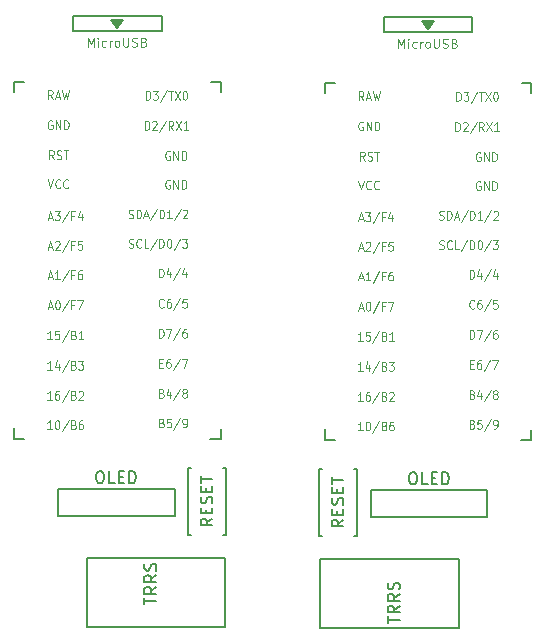
<source format=gto>
%TF.GenerationSoftware,KiCad,Pcbnew,(5.1.10-1-10_14)*%
%TF.CreationDate,2021-08-01T06:39:00+09:00*%
%TF.ProjectId,v1,76312e6b-6963-4616-945f-706362585858,rev?*%
%TF.SameCoordinates,Original*%
%TF.FileFunction,Legend,Top*%
%TF.FilePolarity,Positive*%
%FSLAX46Y46*%
G04 Gerber Fmt 4.6, Leading zero omitted, Abs format (unit mm)*
G04 Created by KiCad (PCBNEW (5.1.10-1-10_14)) date 2021-08-01 06:39:00*
%MOMM*%
%LPD*%
G01*
G04 APERTURE LIST*
%ADD10C,0.150000*%
%ADD11C,0.125000*%
%ADD12C,0.120000*%
G04 APERTURE END LIST*
D10*
%TO.C,J1*%
X163900000Y-78700000D02*
X175650000Y-78700000D01*
X163900000Y-84500000D02*
X163900000Y-78700000D01*
X175650000Y-84500000D02*
X163900000Y-84500000D01*
X175650000Y-78700000D02*
X175650000Y-84500000D01*
%TO.C,J2*%
X161450000Y-75150000D02*
X161450000Y-72850000D01*
X171350000Y-72850000D02*
X171350000Y-75150000D01*
X161450000Y-72850000D02*
X171350000Y-72850000D01*
X161450000Y-75150000D02*
X171350000Y-75150000D01*
%TO.C,J3*%
X183650000Y-84600000D02*
X183650000Y-78800000D01*
X183650000Y-78800000D02*
X195400000Y-78800000D01*
X195400000Y-78800000D02*
X195400000Y-84600000D01*
X195400000Y-84600000D02*
X183650000Y-84600000D01*
%TO.C,J4*%
X187950000Y-75250000D02*
X197850000Y-75250000D01*
X187950000Y-72950000D02*
X197850000Y-72950000D01*
X197850000Y-72950000D02*
X197850000Y-75250000D01*
X187950000Y-75250000D02*
X187950000Y-72950000D01*
%TO.C,RSW1*%
X175700000Y-76750000D02*
X175450000Y-76750000D01*
X175700000Y-71050000D02*
X175700000Y-76750000D01*
X175700000Y-71050000D02*
X175450000Y-71050000D01*
X172500000Y-71050000D02*
X172750000Y-71050000D01*
X172500000Y-76750000D02*
X172750000Y-76750000D01*
X172500000Y-71050000D02*
X172500000Y-76750000D01*
%TO.C,RSW2*%
X186800000Y-76850000D02*
X186800000Y-71150000D01*
X186800000Y-71150000D02*
X186550000Y-71150000D01*
X186800000Y-76850000D02*
X186550000Y-76850000D01*
X183600000Y-76850000D02*
X183850000Y-76850000D01*
X183600000Y-76850000D02*
X183600000Y-71150000D01*
X183600000Y-71150000D02*
X183850000Y-71150000D01*
%TO.C,U1*%
X175250000Y-68600000D02*
X174390000Y-68600000D01*
X157750000Y-68600000D02*
X158600000Y-68600000D01*
X175250000Y-67750000D02*
X175250000Y-68600000D01*
X157750000Y-67700000D02*
X157750000Y-68600000D01*
X175250000Y-38400000D02*
X174450000Y-38400000D01*
X157750000Y-38400000D02*
X158600000Y-38400000D01*
X175250000Y-38400000D02*
X175250000Y-39250000D01*
X157750000Y-38400000D02*
X157750000Y-39250000D01*
X162750000Y-32800000D02*
X162750000Y-34100000D01*
X162750000Y-34100000D02*
X170250000Y-34100000D01*
X170250000Y-34100000D02*
X170250000Y-32800000D01*
X170250000Y-32800000D02*
X162750000Y-32800000D01*
X166000000Y-33150000D02*
X167000000Y-33150000D01*
X167000000Y-33150000D02*
X166500000Y-33800000D01*
X166500000Y-33800000D02*
X166000000Y-33150000D01*
X166150000Y-33300000D02*
X166850000Y-33300000D01*
X166250000Y-33450000D02*
X166750000Y-33450000D01*
X166350000Y-33600000D02*
X166650000Y-33600000D01*
%TO.C,U2*%
X192650000Y-33700000D02*
X192950000Y-33700000D01*
X192550000Y-33550000D02*
X193050000Y-33550000D01*
X192450000Y-33400000D02*
X193150000Y-33400000D01*
X192800000Y-33900000D02*
X192300000Y-33250000D01*
X193300000Y-33250000D02*
X192800000Y-33900000D01*
X192300000Y-33250000D02*
X193300000Y-33250000D01*
X196550000Y-32900000D02*
X189050000Y-32900000D01*
X196550000Y-34200000D02*
X196550000Y-32900000D01*
X189050000Y-34200000D02*
X196550000Y-34200000D01*
X189050000Y-32900000D02*
X189050000Y-34200000D01*
X184050000Y-38500000D02*
X184050000Y-39350000D01*
X201550000Y-38500000D02*
X201550000Y-39350000D01*
X184050000Y-38500000D02*
X184900000Y-38500000D01*
X201550000Y-38500000D02*
X200750000Y-38500000D01*
X184050000Y-67800000D02*
X184050000Y-68700000D01*
X201550000Y-67850000D02*
X201550000Y-68700000D01*
X184050000Y-68700000D02*
X184900000Y-68700000D01*
X201550000Y-68700000D02*
X200690000Y-68700000D01*
%TO.C,J1*%
X168802380Y-82611904D02*
X168802380Y-82040476D01*
X169802380Y-82326190D02*
X168802380Y-82326190D01*
X169802380Y-81135714D02*
X169326190Y-81469047D01*
X169802380Y-81707142D02*
X168802380Y-81707142D01*
X168802380Y-81326190D01*
X168850000Y-81230952D01*
X168897619Y-81183333D01*
X168992857Y-81135714D01*
X169135714Y-81135714D01*
X169230952Y-81183333D01*
X169278571Y-81230952D01*
X169326190Y-81326190D01*
X169326190Y-81707142D01*
X169802380Y-80135714D02*
X169326190Y-80469047D01*
X169802380Y-80707142D02*
X168802380Y-80707142D01*
X168802380Y-80326190D01*
X168850000Y-80230952D01*
X168897619Y-80183333D01*
X168992857Y-80135714D01*
X169135714Y-80135714D01*
X169230952Y-80183333D01*
X169278571Y-80230952D01*
X169326190Y-80326190D01*
X169326190Y-80707142D01*
X169754761Y-79754761D02*
X169802380Y-79611904D01*
X169802380Y-79373809D01*
X169754761Y-79278571D01*
X169707142Y-79230952D01*
X169611904Y-79183333D01*
X169516666Y-79183333D01*
X169421428Y-79230952D01*
X169373809Y-79278571D01*
X169326190Y-79373809D01*
X169278571Y-79564285D01*
X169230952Y-79659523D01*
X169183333Y-79707142D01*
X169088095Y-79754761D01*
X168992857Y-79754761D01*
X168897619Y-79707142D01*
X168850000Y-79659523D01*
X168802380Y-79564285D01*
X168802380Y-79326190D01*
X168850000Y-79183333D01*
%TO.C,J2*%
X164947619Y-71352380D02*
X165138095Y-71352380D01*
X165233333Y-71400000D01*
X165328571Y-71495238D01*
X165376190Y-71685714D01*
X165376190Y-72019047D01*
X165328571Y-72209523D01*
X165233333Y-72304761D01*
X165138095Y-72352380D01*
X164947619Y-72352380D01*
X164852380Y-72304761D01*
X164757142Y-72209523D01*
X164709523Y-72019047D01*
X164709523Y-71685714D01*
X164757142Y-71495238D01*
X164852380Y-71400000D01*
X164947619Y-71352380D01*
X166280952Y-72352380D02*
X165804761Y-72352380D01*
X165804761Y-71352380D01*
X166614285Y-71828571D02*
X166947619Y-71828571D01*
X167090476Y-72352380D02*
X166614285Y-72352380D01*
X166614285Y-71352380D01*
X167090476Y-71352380D01*
X167519047Y-72352380D02*
X167519047Y-71352380D01*
X167757142Y-71352380D01*
X167900000Y-71400000D01*
X167995238Y-71495238D01*
X168042857Y-71590476D01*
X168090476Y-71780952D01*
X168090476Y-71923809D01*
X168042857Y-72114285D01*
X167995238Y-72209523D01*
X167900000Y-72304761D01*
X167757142Y-72352380D01*
X167519047Y-72352380D01*
%TO.C,J3*%
X189402380Y-84211904D02*
X189402380Y-83640476D01*
X190402380Y-83926190D02*
X189402380Y-83926190D01*
X190402380Y-82735714D02*
X189926190Y-83069047D01*
X190402380Y-83307142D02*
X189402380Y-83307142D01*
X189402380Y-82926190D01*
X189450000Y-82830952D01*
X189497619Y-82783333D01*
X189592857Y-82735714D01*
X189735714Y-82735714D01*
X189830952Y-82783333D01*
X189878571Y-82830952D01*
X189926190Y-82926190D01*
X189926190Y-83307142D01*
X190402380Y-81735714D02*
X189926190Y-82069047D01*
X190402380Y-82307142D02*
X189402380Y-82307142D01*
X189402380Y-81926190D01*
X189450000Y-81830952D01*
X189497619Y-81783333D01*
X189592857Y-81735714D01*
X189735714Y-81735714D01*
X189830952Y-81783333D01*
X189878571Y-81830952D01*
X189926190Y-81926190D01*
X189926190Y-82307142D01*
X190354761Y-81354761D02*
X190402380Y-81211904D01*
X190402380Y-80973809D01*
X190354761Y-80878571D01*
X190307142Y-80830952D01*
X190211904Y-80783333D01*
X190116666Y-80783333D01*
X190021428Y-80830952D01*
X189973809Y-80878571D01*
X189926190Y-80973809D01*
X189878571Y-81164285D01*
X189830952Y-81259523D01*
X189783333Y-81307142D01*
X189688095Y-81354761D01*
X189592857Y-81354761D01*
X189497619Y-81307142D01*
X189450000Y-81259523D01*
X189402380Y-81164285D01*
X189402380Y-80926190D01*
X189450000Y-80783333D01*
%TO.C,J4*%
X191447619Y-71452380D02*
X191638095Y-71452380D01*
X191733333Y-71500000D01*
X191828571Y-71595238D01*
X191876190Y-71785714D01*
X191876190Y-72119047D01*
X191828571Y-72309523D01*
X191733333Y-72404761D01*
X191638095Y-72452380D01*
X191447619Y-72452380D01*
X191352380Y-72404761D01*
X191257142Y-72309523D01*
X191209523Y-72119047D01*
X191209523Y-71785714D01*
X191257142Y-71595238D01*
X191352380Y-71500000D01*
X191447619Y-71452380D01*
X192780952Y-72452380D02*
X192304761Y-72452380D01*
X192304761Y-71452380D01*
X193114285Y-71928571D02*
X193447619Y-71928571D01*
X193590476Y-72452380D02*
X193114285Y-72452380D01*
X193114285Y-71452380D01*
X193590476Y-71452380D01*
X194019047Y-72452380D02*
X194019047Y-71452380D01*
X194257142Y-71452380D01*
X194400000Y-71500000D01*
X194495238Y-71595238D01*
X194542857Y-71690476D01*
X194590476Y-71880952D01*
X194590476Y-72023809D01*
X194542857Y-72214285D01*
X194495238Y-72309523D01*
X194400000Y-72404761D01*
X194257142Y-72452380D01*
X194019047Y-72452380D01*
%TO.C,RSW1*%
X174552380Y-75352380D02*
X174076190Y-75685714D01*
X174552380Y-75923809D02*
X173552380Y-75923809D01*
X173552380Y-75542857D01*
X173600000Y-75447619D01*
X173647619Y-75400000D01*
X173742857Y-75352380D01*
X173885714Y-75352380D01*
X173980952Y-75400000D01*
X174028571Y-75447619D01*
X174076190Y-75542857D01*
X174076190Y-75923809D01*
X174028571Y-74923809D02*
X174028571Y-74590476D01*
X174552380Y-74447619D02*
X174552380Y-74923809D01*
X173552380Y-74923809D01*
X173552380Y-74447619D01*
X174504761Y-74066666D02*
X174552380Y-73923809D01*
X174552380Y-73685714D01*
X174504761Y-73590476D01*
X174457142Y-73542857D01*
X174361904Y-73495238D01*
X174266666Y-73495238D01*
X174171428Y-73542857D01*
X174123809Y-73590476D01*
X174076190Y-73685714D01*
X174028571Y-73876190D01*
X173980952Y-73971428D01*
X173933333Y-74019047D01*
X173838095Y-74066666D01*
X173742857Y-74066666D01*
X173647619Y-74019047D01*
X173600000Y-73971428D01*
X173552380Y-73876190D01*
X173552380Y-73638095D01*
X173600000Y-73495238D01*
X174028571Y-73066666D02*
X174028571Y-72733333D01*
X174552380Y-72590476D02*
X174552380Y-73066666D01*
X173552380Y-73066666D01*
X173552380Y-72590476D01*
X173552380Y-72304761D02*
X173552380Y-71733333D01*
X174552380Y-72019047D02*
X173552380Y-72019047D01*
%TO.C,RSW2*%
X185652380Y-75452380D02*
X185176190Y-75785714D01*
X185652380Y-76023809D02*
X184652380Y-76023809D01*
X184652380Y-75642857D01*
X184700000Y-75547619D01*
X184747619Y-75500000D01*
X184842857Y-75452380D01*
X184985714Y-75452380D01*
X185080952Y-75500000D01*
X185128571Y-75547619D01*
X185176190Y-75642857D01*
X185176190Y-76023809D01*
X185128571Y-75023809D02*
X185128571Y-74690476D01*
X185652380Y-74547619D02*
X185652380Y-75023809D01*
X184652380Y-75023809D01*
X184652380Y-74547619D01*
X185604761Y-74166666D02*
X185652380Y-74023809D01*
X185652380Y-73785714D01*
X185604761Y-73690476D01*
X185557142Y-73642857D01*
X185461904Y-73595238D01*
X185366666Y-73595238D01*
X185271428Y-73642857D01*
X185223809Y-73690476D01*
X185176190Y-73785714D01*
X185128571Y-73976190D01*
X185080952Y-74071428D01*
X185033333Y-74119047D01*
X184938095Y-74166666D01*
X184842857Y-74166666D01*
X184747619Y-74119047D01*
X184700000Y-74071428D01*
X184652380Y-73976190D01*
X184652380Y-73738095D01*
X184700000Y-73595238D01*
X185128571Y-73166666D02*
X185128571Y-72833333D01*
X185652380Y-72690476D02*
X185652380Y-73166666D01*
X184652380Y-73166666D01*
X184652380Y-72690476D01*
X184652380Y-72404761D02*
X184652380Y-71833333D01*
X185652380Y-72119047D02*
X184652380Y-72119047D01*
%TO.C,U1*%
D11*
X161042380Y-39839285D02*
X160819047Y-39482142D01*
X160659523Y-39839285D02*
X160659523Y-39089285D01*
X160914761Y-39089285D01*
X160978571Y-39125000D01*
X161010476Y-39160714D01*
X161042380Y-39232142D01*
X161042380Y-39339285D01*
X161010476Y-39410714D01*
X160978571Y-39446428D01*
X160914761Y-39482142D01*
X160659523Y-39482142D01*
X161297619Y-39625000D02*
X161616666Y-39625000D01*
X161233809Y-39839285D02*
X161457142Y-39089285D01*
X161680476Y-39839285D01*
X161840000Y-39089285D02*
X161999523Y-39839285D01*
X162127142Y-39303571D01*
X162254761Y-39839285D01*
X162414285Y-39089285D01*
X160994523Y-41675000D02*
X160930714Y-41639285D01*
X160835000Y-41639285D01*
X160739285Y-41675000D01*
X160675476Y-41746428D01*
X160643571Y-41817857D01*
X160611666Y-41960714D01*
X160611666Y-42067857D01*
X160643571Y-42210714D01*
X160675476Y-42282142D01*
X160739285Y-42353571D01*
X160835000Y-42389285D01*
X160898809Y-42389285D01*
X160994523Y-42353571D01*
X161026428Y-42317857D01*
X161026428Y-42067857D01*
X160898809Y-42067857D01*
X161313571Y-42389285D02*
X161313571Y-41639285D01*
X161696428Y-42389285D01*
X161696428Y-41639285D01*
X162015476Y-42389285D02*
X162015476Y-41639285D01*
X162175000Y-41639285D01*
X162270714Y-41675000D01*
X162334523Y-41746428D01*
X162366428Y-41817857D01*
X162398333Y-41960714D01*
X162398333Y-42067857D01*
X162366428Y-42210714D01*
X162334523Y-42282142D01*
X162270714Y-42353571D01*
X162175000Y-42389285D01*
X162015476Y-42389285D01*
X161138095Y-44939285D02*
X160914761Y-44582142D01*
X160755238Y-44939285D02*
X160755238Y-44189285D01*
X161010476Y-44189285D01*
X161074285Y-44225000D01*
X161106190Y-44260714D01*
X161138095Y-44332142D01*
X161138095Y-44439285D01*
X161106190Y-44510714D01*
X161074285Y-44546428D01*
X161010476Y-44582142D01*
X160755238Y-44582142D01*
X161393333Y-44903571D02*
X161489047Y-44939285D01*
X161648571Y-44939285D01*
X161712380Y-44903571D01*
X161744285Y-44867857D01*
X161776190Y-44796428D01*
X161776190Y-44725000D01*
X161744285Y-44653571D01*
X161712380Y-44617857D01*
X161648571Y-44582142D01*
X161520952Y-44546428D01*
X161457142Y-44510714D01*
X161425238Y-44475000D01*
X161393333Y-44403571D01*
X161393333Y-44332142D01*
X161425238Y-44260714D01*
X161457142Y-44225000D01*
X161520952Y-44189285D01*
X161680476Y-44189285D01*
X161776190Y-44225000D01*
X161967619Y-44189285D02*
X162350476Y-44189285D01*
X162159047Y-44939285D02*
X162159047Y-44189285D01*
X160611666Y-46639285D02*
X160835000Y-47389285D01*
X161058333Y-46639285D01*
X161664523Y-47317857D02*
X161632619Y-47353571D01*
X161536904Y-47389285D01*
X161473095Y-47389285D01*
X161377380Y-47353571D01*
X161313571Y-47282142D01*
X161281666Y-47210714D01*
X161249761Y-47067857D01*
X161249761Y-46960714D01*
X161281666Y-46817857D01*
X161313571Y-46746428D01*
X161377380Y-46675000D01*
X161473095Y-46639285D01*
X161536904Y-46639285D01*
X161632619Y-46675000D01*
X161664523Y-46710714D01*
X162334523Y-47317857D02*
X162302619Y-47353571D01*
X162206904Y-47389285D01*
X162143095Y-47389285D01*
X162047380Y-47353571D01*
X161983571Y-47282142D01*
X161951666Y-47210714D01*
X161919761Y-47067857D01*
X161919761Y-46960714D01*
X161951666Y-46817857D01*
X161983571Y-46746428D01*
X162047380Y-46675000D01*
X162143095Y-46639285D01*
X162206904Y-46639285D01*
X162302619Y-46675000D01*
X162334523Y-46710714D01*
X160669285Y-49875000D02*
X160988333Y-49875000D01*
X160605476Y-50089285D02*
X160828809Y-49339285D01*
X161052142Y-50089285D01*
X161211666Y-49339285D02*
X161626428Y-49339285D01*
X161403095Y-49625000D01*
X161498809Y-49625000D01*
X161562619Y-49660714D01*
X161594523Y-49696428D01*
X161626428Y-49767857D01*
X161626428Y-49946428D01*
X161594523Y-50017857D01*
X161562619Y-50053571D01*
X161498809Y-50089285D01*
X161307380Y-50089285D01*
X161243571Y-50053571D01*
X161211666Y-50017857D01*
X162392142Y-49303571D02*
X161817857Y-50267857D01*
X162838809Y-49696428D02*
X162615476Y-49696428D01*
X162615476Y-50089285D02*
X162615476Y-49339285D01*
X162934523Y-49339285D01*
X163476904Y-49589285D02*
X163476904Y-50089285D01*
X163317380Y-49303571D02*
X163157857Y-49839285D01*
X163572619Y-49839285D01*
X160669285Y-52375000D02*
X160988333Y-52375000D01*
X160605476Y-52589285D02*
X160828809Y-51839285D01*
X161052142Y-52589285D01*
X161243571Y-51910714D02*
X161275476Y-51875000D01*
X161339285Y-51839285D01*
X161498809Y-51839285D01*
X161562619Y-51875000D01*
X161594523Y-51910714D01*
X161626428Y-51982142D01*
X161626428Y-52053571D01*
X161594523Y-52160714D01*
X161211666Y-52589285D01*
X161626428Y-52589285D01*
X162392142Y-51803571D02*
X161817857Y-52767857D01*
X162838809Y-52196428D02*
X162615476Y-52196428D01*
X162615476Y-52589285D02*
X162615476Y-51839285D01*
X162934523Y-51839285D01*
X163508809Y-51839285D02*
X163189761Y-51839285D01*
X163157857Y-52196428D01*
X163189761Y-52160714D01*
X163253571Y-52125000D01*
X163413095Y-52125000D01*
X163476904Y-52160714D01*
X163508809Y-52196428D01*
X163540714Y-52267857D01*
X163540714Y-52446428D01*
X163508809Y-52517857D01*
X163476904Y-52553571D01*
X163413095Y-52589285D01*
X163253571Y-52589285D01*
X163189761Y-52553571D01*
X163157857Y-52517857D01*
X160669285Y-54875000D02*
X160988333Y-54875000D01*
X160605476Y-55089285D02*
X160828809Y-54339285D01*
X161052142Y-55089285D01*
X161626428Y-55089285D02*
X161243571Y-55089285D01*
X161435000Y-55089285D02*
X161435000Y-54339285D01*
X161371190Y-54446428D01*
X161307380Y-54517857D01*
X161243571Y-54553571D01*
X162392142Y-54303571D02*
X161817857Y-55267857D01*
X162838809Y-54696428D02*
X162615476Y-54696428D01*
X162615476Y-55089285D02*
X162615476Y-54339285D01*
X162934523Y-54339285D01*
X163476904Y-54339285D02*
X163349285Y-54339285D01*
X163285476Y-54375000D01*
X163253571Y-54410714D01*
X163189761Y-54517857D01*
X163157857Y-54660714D01*
X163157857Y-54946428D01*
X163189761Y-55017857D01*
X163221666Y-55053571D01*
X163285476Y-55089285D01*
X163413095Y-55089285D01*
X163476904Y-55053571D01*
X163508809Y-55017857D01*
X163540714Y-54946428D01*
X163540714Y-54767857D01*
X163508809Y-54696428D01*
X163476904Y-54660714D01*
X163413095Y-54625000D01*
X163285476Y-54625000D01*
X163221666Y-54660714D01*
X163189761Y-54696428D01*
X163157857Y-54767857D01*
X160669285Y-57425000D02*
X160988333Y-57425000D01*
X160605476Y-57639285D02*
X160828809Y-56889285D01*
X161052142Y-57639285D01*
X161403095Y-56889285D02*
X161466904Y-56889285D01*
X161530714Y-56925000D01*
X161562619Y-56960714D01*
X161594523Y-57032142D01*
X161626428Y-57175000D01*
X161626428Y-57353571D01*
X161594523Y-57496428D01*
X161562619Y-57567857D01*
X161530714Y-57603571D01*
X161466904Y-57639285D01*
X161403095Y-57639285D01*
X161339285Y-57603571D01*
X161307380Y-57567857D01*
X161275476Y-57496428D01*
X161243571Y-57353571D01*
X161243571Y-57175000D01*
X161275476Y-57032142D01*
X161307380Y-56960714D01*
X161339285Y-56925000D01*
X161403095Y-56889285D01*
X162392142Y-56853571D02*
X161817857Y-57817857D01*
X162838809Y-57246428D02*
X162615476Y-57246428D01*
X162615476Y-57639285D02*
X162615476Y-56889285D01*
X162934523Y-56889285D01*
X163125952Y-56889285D02*
X163572619Y-56889285D01*
X163285476Y-57639285D01*
X160972380Y-60189285D02*
X160589523Y-60189285D01*
X160780952Y-60189285D02*
X160780952Y-59439285D01*
X160717142Y-59546428D01*
X160653333Y-59617857D01*
X160589523Y-59653571D01*
X161578571Y-59439285D02*
X161259523Y-59439285D01*
X161227619Y-59796428D01*
X161259523Y-59760714D01*
X161323333Y-59725000D01*
X161482857Y-59725000D01*
X161546666Y-59760714D01*
X161578571Y-59796428D01*
X161610476Y-59867857D01*
X161610476Y-60046428D01*
X161578571Y-60117857D01*
X161546666Y-60153571D01*
X161482857Y-60189285D01*
X161323333Y-60189285D01*
X161259523Y-60153571D01*
X161227619Y-60117857D01*
X162376190Y-59403571D02*
X161801904Y-60367857D01*
X162822857Y-59796428D02*
X162918571Y-59832142D01*
X162950476Y-59867857D01*
X162982380Y-59939285D01*
X162982380Y-60046428D01*
X162950476Y-60117857D01*
X162918571Y-60153571D01*
X162854761Y-60189285D01*
X162599523Y-60189285D01*
X162599523Y-59439285D01*
X162822857Y-59439285D01*
X162886666Y-59475000D01*
X162918571Y-59510714D01*
X162950476Y-59582142D01*
X162950476Y-59653571D01*
X162918571Y-59725000D01*
X162886666Y-59760714D01*
X162822857Y-59796428D01*
X162599523Y-59796428D01*
X163620476Y-60189285D02*
X163237619Y-60189285D01*
X163429047Y-60189285D02*
X163429047Y-59439285D01*
X163365238Y-59546428D01*
X163301428Y-59617857D01*
X163237619Y-59653571D01*
X160972380Y-62739285D02*
X160589523Y-62739285D01*
X160780952Y-62739285D02*
X160780952Y-61989285D01*
X160717142Y-62096428D01*
X160653333Y-62167857D01*
X160589523Y-62203571D01*
X161546666Y-62239285D02*
X161546666Y-62739285D01*
X161387142Y-61953571D02*
X161227619Y-62489285D01*
X161642380Y-62489285D01*
X162376190Y-61953571D02*
X161801904Y-62917857D01*
X162822857Y-62346428D02*
X162918571Y-62382142D01*
X162950476Y-62417857D01*
X162982380Y-62489285D01*
X162982380Y-62596428D01*
X162950476Y-62667857D01*
X162918571Y-62703571D01*
X162854761Y-62739285D01*
X162599523Y-62739285D01*
X162599523Y-61989285D01*
X162822857Y-61989285D01*
X162886666Y-62025000D01*
X162918571Y-62060714D01*
X162950476Y-62132142D01*
X162950476Y-62203571D01*
X162918571Y-62275000D01*
X162886666Y-62310714D01*
X162822857Y-62346428D01*
X162599523Y-62346428D01*
X163205714Y-61989285D02*
X163620476Y-61989285D01*
X163397142Y-62275000D01*
X163492857Y-62275000D01*
X163556666Y-62310714D01*
X163588571Y-62346428D01*
X163620476Y-62417857D01*
X163620476Y-62596428D01*
X163588571Y-62667857D01*
X163556666Y-62703571D01*
X163492857Y-62739285D01*
X163301428Y-62739285D01*
X163237619Y-62703571D01*
X163205714Y-62667857D01*
X160972380Y-67789285D02*
X160589523Y-67789285D01*
X160780952Y-67789285D02*
X160780952Y-67039285D01*
X160717142Y-67146428D01*
X160653333Y-67217857D01*
X160589523Y-67253571D01*
X161387142Y-67039285D02*
X161450952Y-67039285D01*
X161514761Y-67075000D01*
X161546666Y-67110714D01*
X161578571Y-67182142D01*
X161610476Y-67325000D01*
X161610476Y-67503571D01*
X161578571Y-67646428D01*
X161546666Y-67717857D01*
X161514761Y-67753571D01*
X161450952Y-67789285D01*
X161387142Y-67789285D01*
X161323333Y-67753571D01*
X161291428Y-67717857D01*
X161259523Y-67646428D01*
X161227619Y-67503571D01*
X161227619Y-67325000D01*
X161259523Y-67182142D01*
X161291428Y-67110714D01*
X161323333Y-67075000D01*
X161387142Y-67039285D01*
X162376190Y-67003571D02*
X161801904Y-67967857D01*
X162822857Y-67396428D02*
X162918571Y-67432142D01*
X162950476Y-67467857D01*
X162982380Y-67539285D01*
X162982380Y-67646428D01*
X162950476Y-67717857D01*
X162918571Y-67753571D01*
X162854761Y-67789285D01*
X162599523Y-67789285D01*
X162599523Y-67039285D01*
X162822857Y-67039285D01*
X162886666Y-67075000D01*
X162918571Y-67110714D01*
X162950476Y-67182142D01*
X162950476Y-67253571D01*
X162918571Y-67325000D01*
X162886666Y-67360714D01*
X162822857Y-67396428D01*
X162599523Y-67396428D01*
X163556666Y-67039285D02*
X163429047Y-67039285D01*
X163365238Y-67075000D01*
X163333333Y-67110714D01*
X163269523Y-67217857D01*
X163237619Y-67360714D01*
X163237619Y-67646428D01*
X163269523Y-67717857D01*
X163301428Y-67753571D01*
X163365238Y-67789285D01*
X163492857Y-67789285D01*
X163556666Y-67753571D01*
X163588571Y-67717857D01*
X163620476Y-67646428D01*
X163620476Y-67467857D01*
X163588571Y-67396428D01*
X163556666Y-67360714D01*
X163492857Y-67325000D01*
X163365238Y-67325000D01*
X163301428Y-67360714D01*
X163269523Y-67396428D01*
X163237619Y-67467857D01*
X160972380Y-65289285D02*
X160589523Y-65289285D01*
X160780952Y-65289285D02*
X160780952Y-64539285D01*
X160717142Y-64646428D01*
X160653333Y-64717857D01*
X160589523Y-64753571D01*
X161546666Y-64539285D02*
X161419047Y-64539285D01*
X161355238Y-64575000D01*
X161323333Y-64610714D01*
X161259523Y-64717857D01*
X161227619Y-64860714D01*
X161227619Y-65146428D01*
X161259523Y-65217857D01*
X161291428Y-65253571D01*
X161355238Y-65289285D01*
X161482857Y-65289285D01*
X161546666Y-65253571D01*
X161578571Y-65217857D01*
X161610476Y-65146428D01*
X161610476Y-64967857D01*
X161578571Y-64896428D01*
X161546666Y-64860714D01*
X161482857Y-64825000D01*
X161355238Y-64825000D01*
X161291428Y-64860714D01*
X161259523Y-64896428D01*
X161227619Y-64967857D01*
X162376190Y-64503571D02*
X161801904Y-65467857D01*
X162822857Y-64896428D02*
X162918571Y-64932142D01*
X162950476Y-64967857D01*
X162982380Y-65039285D01*
X162982380Y-65146428D01*
X162950476Y-65217857D01*
X162918571Y-65253571D01*
X162854761Y-65289285D01*
X162599523Y-65289285D01*
X162599523Y-64539285D01*
X162822857Y-64539285D01*
X162886666Y-64575000D01*
X162918571Y-64610714D01*
X162950476Y-64682142D01*
X162950476Y-64753571D01*
X162918571Y-64825000D01*
X162886666Y-64860714D01*
X162822857Y-64896428D01*
X162599523Y-64896428D01*
X163237619Y-64610714D02*
X163269523Y-64575000D01*
X163333333Y-64539285D01*
X163492857Y-64539285D01*
X163556666Y-64575000D01*
X163588571Y-64610714D01*
X163620476Y-64682142D01*
X163620476Y-64753571D01*
X163588571Y-64860714D01*
X163205714Y-65289285D01*
X163620476Y-65289285D01*
X170072380Y-62196428D02*
X170295714Y-62196428D01*
X170391428Y-62589285D02*
X170072380Y-62589285D01*
X170072380Y-61839285D01*
X170391428Y-61839285D01*
X170965714Y-61839285D02*
X170838095Y-61839285D01*
X170774285Y-61875000D01*
X170742380Y-61910714D01*
X170678571Y-62017857D01*
X170646666Y-62160714D01*
X170646666Y-62446428D01*
X170678571Y-62517857D01*
X170710476Y-62553571D01*
X170774285Y-62589285D01*
X170901904Y-62589285D01*
X170965714Y-62553571D01*
X170997619Y-62517857D01*
X171029523Y-62446428D01*
X171029523Y-62267857D01*
X170997619Y-62196428D01*
X170965714Y-62160714D01*
X170901904Y-62125000D01*
X170774285Y-62125000D01*
X170710476Y-62160714D01*
X170678571Y-62196428D01*
X170646666Y-62267857D01*
X171795238Y-61803571D02*
X171220952Y-62767857D01*
X171954761Y-61839285D02*
X172401428Y-61839285D01*
X172114285Y-62589285D01*
X170040476Y-60039285D02*
X170040476Y-59289285D01*
X170200000Y-59289285D01*
X170295714Y-59325000D01*
X170359523Y-59396428D01*
X170391428Y-59467857D01*
X170423333Y-59610714D01*
X170423333Y-59717857D01*
X170391428Y-59860714D01*
X170359523Y-59932142D01*
X170295714Y-60003571D01*
X170200000Y-60039285D01*
X170040476Y-60039285D01*
X170646666Y-59289285D02*
X171093333Y-59289285D01*
X170806190Y-60039285D01*
X171827142Y-59253571D02*
X171252857Y-60217857D01*
X172337619Y-59289285D02*
X172210000Y-59289285D01*
X172146190Y-59325000D01*
X172114285Y-59360714D01*
X172050476Y-59467857D01*
X172018571Y-59610714D01*
X172018571Y-59896428D01*
X172050476Y-59967857D01*
X172082380Y-60003571D01*
X172146190Y-60039285D01*
X172273809Y-60039285D01*
X172337619Y-60003571D01*
X172369523Y-59967857D01*
X172401428Y-59896428D01*
X172401428Y-59717857D01*
X172369523Y-59646428D01*
X172337619Y-59610714D01*
X172273809Y-59575000D01*
X172146190Y-59575000D01*
X172082380Y-59610714D01*
X172050476Y-59646428D01*
X172018571Y-59717857D01*
X170944523Y-44275000D02*
X170880714Y-44239285D01*
X170785000Y-44239285D01*
X170689285Y-44275000D01*
X170625476Y-44346428D01*
X170593571Y-44417857D01*
X170561666Y-44560714D01*
X170561666Y-44667857D01*
X170593571Y-44810714D01*
X170625476Y-44882142D01*
X170689285Y-44953571D01*
X170785000Y-44989285D01*
X170848809Y-44989285D01*
X170944523Y-44953571D01*
X170976428Y-44917857D01*
X170976428Y-44667857D01*
X170848809Y-44667857D01*
X171263571Y-44989285D02*
X171263571Y-44239285D01*
X171646428Y-44989285D01*
X171646428Y-44239285D01*
X171965476Y-44989285D02*
X171965476Y-44239285D01*
X172125000Y-44239285D01*
X172220714Y-44275000D01*
X172284523Y-44346428D01*
X172316428Y-44417857D01*
X172348333Y-44560714D01*
X172348333Y-44667857D01*
X172316428Y-44810714D01*
X172284523Y-44882142D01*
X172220714Y-44953571D01*
X172125000Y-44989285D01*
X171965476Y-44989285D01*
X170944523Y-46725000D02*
X170880714Y-46689285D01*
X170785000Y-46689285D01*
X170689285Y-46725000D01*
X170625476Y-46796428D01*
X170593571Y-46867857D01*
X170561666Y-47010714D01*
X170561666Y-47117857D01*
X170593571Y-47260714D01*
X170625476Y-47332142D01*
X170689285Y-47403571D01*
X170785000Y-47439285D01*
X170848809Y-47439285D01*
X170944523Y-47403571D01*
X170976428Y-47367857D01*
X170976428Y-47117857D01*
X170848809Y-47117857D01*
X171263571Y-47439285D02*
X171263571Y-46689285D01*
X171646428Y-47439285D01*
X171646428Y-46689285D01*
X171965476Y-47439285D02*
X171965476Y-46689285D01*
X172125000Y-46689285D01*
X172220714Y-46725000D01*
X172284523Y-46796428D01*
X172316428Y-46867857D01*
X172348333Y-47010714D01*
X172348333Y-47117857D01*
X172316428Y-47260714D01*
X172284523Y-47332142D01*
X172220714Y-47403571D01*
X172125000Y-47439285D01*
X171965476Y-47439285D01*
X168916190Y-39889285D02*
X168916190Y-39139285D01*
X169075714Y-39139285D01*
X169171428Y-39175000D01*
X169235238Y-39246428D01*
X169267142Y-39317857D01*
X169299047Y-39460714D01*
X169299047Y-39567857D01*
X169267142Y-39710714D01*
X169235238Y-39782142D01*
X169171428Y-39853571D01*
X169075714Y-39889285D01*
X168916190Y-39889285D01*
X169522380Y-39139285D02*
X169937142Y-39139285D01*
X169713809Y-39425000D01*
X169809523Y-39425000D01*
X169873333Y-39460714D01*
X169905238Y-39496428D01*
X169937142Y-39567857D01*
X169937142Y-39746428D01*
X169905238Y-39817857D01*
X169873333Y-39853571D01*
X169809523Y-39889285D01*
X169618095Y-39889285D01*
X169554285Y-39853571D01*
X169522380Y-39817857D01*
X170702857Y-39103571D02*
X170128571Y-40067857D01*
X170830476Y-39139285D02*
X171213333Y-39139285D01*
X171021904Y-39889285D02*
X171021904Y-39139285D01*
X171372857Y-39139285D02*
X171819523Y-39889285D01*
X171819523Y-39139285D02*
X171372857Y-39889285D01*
X172202380Y-39139285D02*
X172266190Y-39139285D01*
X172330000Y-39175000D01*
X172361904Y-39210714D01*
X172393809Y-39282142D01*
X172425714Y-39425000D01*
X172425714Y-39603571D01*
X172393809Y-39746428D01*
X172361904Y-39817857D01*
X172330000Y-39853571D01*
X172266190Y-39889285D01*
X172202380Y-39889285D01*
X172138571Y-39853571D01*
X172106666Y-39817857D01*
X172074761Y-39746428D01*
X172042857Y-39603571D01*
X172042857Y-39425000D01*
X172074761Y-39282142D01*
X172106666Y-39210714D01*
X172138571Y-39175000D01*
X172202380Y-39139285D01*
X170040476Y-54939285D02*
X170040476Y-54189285D01*
X170200000Y-54189285D01*
X170295714Y-54225000D01*
X170359523Y-54296428D01*
X170391428Y-54367857D01*
X170423333Y-54510714D01*
X170423333Y-54617857D01*
X170391428Y-54760714D01*
X170359523Y-54832142D01*
X170295714Y-54903571D01*
X170200000Y-54939285D01*
X170040476Y-54939285D01*
X170997619Y-54439285D02*
X170997619Y-54939285D01*
X170838095Y-54153571D02*
X170678571Y-54689285D01*
X171093333Y-54689285D01*
X171827142Y-54153571D02*
X171252857Y-55117857D01*
X172337619Y-54439285D02*
X172337619Y-54939285D01*
X172178095Y-54153571D02*
X172018571Y-54689285D01*
X172433333Y-54689285D01*
X167466428Y-49903571D02*
X167562142Y-49939285D01*
X167721666Y-49939285D01*
X167785476Y-49903571D01*
X167817380Y-49867857D01*
X167849285Y-49796428D01*
X167849285Y-49725000D01*
X167817380Y-49653571D01*
X167785476Y-49617857D01*
X167721666Y-49582142D01*
X167594047Y-49546428D01*
X167530238Y-49510714D01*
X167498333Y-49475000D01*
X167466428Y-49403571D01*
X167466428Y-49332142D01*
X167498333Y-49260714D01*
X167530238Y-49225000D01*
X167594047Y-49189285D01*
X167753571Y-49189285D01*
X167849285Y-49225000D01*
X168136428Y-49939285D02*
X168136428Y-49189285D01*
X168295952Y-49189285D01*
X168391666Y-49225000D01*
X168455476Y-49296428D01*
X168487380Y-49367857D01*
X168519285Y-49510714D01*
X168519285Y-49617857D01*
X168487380Y-49760714D01*
X168455476Y-49832142D01*
X168391666Y-49903571D01*
X168295952Y-49939285D01*
X168136428Y-49939285D01*
X168774523Y-49725000D02*
X169093571Y-49725000D01*
X168710714Y-49939285D02*
X168934047Y-49189285D01*
X169157380Y-49939285D01*
X169859285Y-49153571D02*
X169285000Y-50117857D01*
X170082619Y-49939285D02*
X170082619Y-49189285D01*
X170242142Y-49189285D01*
X170337857Y-49225000D01*
X170401666Y-49296428D01*
X170433571Y-49367857D01*
X170465476Y-49510714D01*
X170465476Y-49617857D01*
X170433571Y-49760714D01*
X170401666Y-49832142D01*
X170337857Y-49903571D01*
X170242142Y-49939285D01*
X170082619Y-49939285D01*
X171103571Y-49939285D02*
X170720714Y-49939285D01*
X170912142Y-49939285D02*
X170912142Y-49189285D01*
X170848333Y-49296428D01*
X170784523Y-49367857D01*
X170720714Y-49403571D01*
X171869285Y-49153571D02*
X171295000Y-50117857D01*
X172060714Y-49260714D02*
X172092619Y-49225000D01*
X172156428Y-49189285D01*
X172315952Y-49189285D01*
X172379761Y-49225000D01*
X172411666Y-49260714D01*
X172443571Y-49332142D01*
X172443571Y-49403571D01*
X172411666Y-49510714D01*
X172028809Y-49939285D01*
X172443571Y-49939285D01*
X167482380Y-52403571D02*
X167578095Y-52439285D01*
X167737619Y-52439285D01*
X167801428Y-52403571D01*
X167833333Y-52367857D01*
X167865238Y-52296428D01*
X167865238Y-52225000D01*
X167833333Y-52153571D01*
X167801428Y-52117857D01*
X167737619Y-52082142D01*
X167610000Y-52046428D01*
X167546190Y-52010714D01*
X167514285Y-51975000D01*
X167482380Y-51903571D01*
X167482380Y-51832142D01*
X167514285Y-51760714D01*
X167546190Y-51725000D01*
X167610000Y-51689285D01*
X167769523Y-51689285D01*
X167865238Y-51725000D01*
X168535238Y-52367857D02*
X168503333Y-52403571D01*
X168407619Y-52439285D01*
X168343809Y-52439285D01*
X168248095Y-52403571D01*
X168184285Y-52332142D01*
X168152380Y-52260714D01*
X168120476Y-52117857D01*
X168120476Y-52010714D01*
X168152380Y-51867857D01*
X168184285Y-51796428D01*
X168248095Y-51725000D01*
X168343809Y-51689285D01*
X168407619Y-51689285D01*
X168503333Y-51725000D01*
X168535238Y-51760714D01*
X169141428Y-52439285D02*
X168822380Y-52439285D01*
X168822380Y-51689285D01*
X169843333Y-51653571D02*
X169269047Y-52617857D01*
X170066666Y-52439285D02*
X170066666Y-51689285D01*
X170226190Y-51689285D01*
X170321904Y-51725000D01*
X170385714Y-51796428D01*
X170417619Y-51867857D01*
X170449523Y-52010714D01*
X170449523Y-52117857D01*
X170417619Y-52260714D01*
X170385714Y-52332142D01*
X170321904Y-52403571D01*
X170226190Y-52439285D01*
X170066666Y-52439285D01*
X170864285Y-51689285D02*
X170928095Y-51689285D01*
X170991904Y-51725000D01*
X171023809Y-51760714D01*
X171055714Y-51832142D01*
X171087619Y-51975000D01*
X171087619Y-52153571D01*
X171055714Y-52296428D01*
X171023809Y-52367857D01*
X170991904Y-52403571D01*
X170928095Y-52439285D01*
X170864285Y-52439285D01*
X170800476Y-52403571D01*
X170768571Y-52367857D01*
X170736666Y-52296428D01*
X170704761Y-52153571D01*
X170704761Y-51975000D01*
X170736666Y-51832142D01*
X170768571Y-51760714D01*
X170800476Y-51725000D01*
X170864285Y-51689285D01*
X171853333Y-51653571D02*
X171279047Y-52617857D01*
X172012857Y-51689285D02*
X172427619Y-51689285D01*
X172204285Y-51975000D01*
X172300000Y-51975000D01*
X172363809Y-52010714D01*
X172395714Y-52046428D01*
X172427619Y-52117857D01*
X172427619Y-52296428D01*
X172395714Y-52367857D01*
X172363809Y-52403571D01*
X172300000Y-52439285D01*
X172108571Y-52439285D01*
X172044761Y-52403571D01*
X172012857Y-52367857D01*
X170423333Y-57417857D02*
X170391428Y-57453571D01*
X170295714Y-57489285D01*
X170231904Y-57489285D01*
X170136190Y-57453571D01*
X170072380Y-57382142D01*
X170040476Y-57310714D01*
X170008571Y-57167857D01*
X170008571Y-57060714D01*
X170040476Y-56917857D01*
X170072380Y-56846428D01*
X170136190Y-56775000D01*
X170231904Y-56739285D01*
X170295714Y-56739285D01*
X170391428Y-56775000D01*
X170423333Y-56810714D01*
X170997619Y-56739285D02*
X170870000Y-56739285D01*
X170806190Y-56775000D01*
X170774285Y-56810714D01*
X170710476Y-56917857D01*
X170678571Y-57060714D01*
X170678571Y-57346428D01*
X170710476Y-57417857D01*
X170742380Y-57453571D01*
X170806190Y-57489285D01*
X170933809Y-57489285D01*
X170997619Y-57453571D01*
X171029523Y-57417857D01*
X171061428Y-57346428D01*
X171061428Y-57167857D01*
X171029523Y-57096428D01*
X170997619Y-57060714D01*
X170933809Y-57025000D01*
X170806190Y-57025000D01*
X170742380Y-57060714D01*
X170710476Y-57096428D01*
X170678571Y-57167857D01*
X171827142Y-56703571D02*
X171252857Y-57667857D01*
X172369523Y-56739285D02*
X172050476Y-56739285D01*
X172018571Y-57096428D01*
X172050476Y-57060714D01*
X172114285Y-57025000D01*
X172273809Y-57025000D01*
X172337619Y-57060714D01*
X172369523Y-57096428D01*
X172401428Y-57167857D01*
X172401428Y-57346428D01*
X172369523Y-57417857D01*
X172337619Y-57453571D01*
X172273809Y-57489285D01*
X172114285Y-57489285D01*
X172050476Y-57453571D01*
X172018571Y-57417857D01*
X170263809Y-67246428D02*
X170359523Y-67282142D01*
X170391428Y-67317857D01*
X170423333Y-67389285D01*
X170423333Y-67496428D01*
X170391428Y-67567857D01*
X170359523Y-67603571D01*
X170295714Y-67639285D01*
X170040476Y-67639285D01*
X170040476Y-66889285D01*
X170263809Y-66889285D01*
X170327619Y-66925000D01*
X170359523Y-66960714D01*
X170391428Y-67032142D01*
X170391428Y-67103571D01*
X170359523Y-67175000D01*
X170327619Y-67210714D01*
X170263809Y-67246428D01*
X170040476Y-67246428D01*
X171029523Y-66889285D02*
X170710476Y-66889285D01*
X170678571Y-67246428D01*
X170710476Y-67210714D01*
X170774285Y-67175000D01*
X170933809Y-67175000D01*
X170997619Y-67210714D01*
X171029523Y-67246428D01*
X171061428Y-67317857D01*
X171061428Y-67496428D01*
X171029523Y-67567857D01*
X170997619Y-67603571D01*
X170933809Y-67639285D01*
X170774285Y-67639285D01*
X170710476Y-67603571D01*
X170678571Y-67567857D01*
X171827142Y-66853571D02*
X171252857Y-67817857D01*
X172082380Y-67639285D02*
X172210000Y-67639285D01*
X172273809Y-67603571D01*
X172305714Y-67567857D01*
X172369523Y-67460714D01*
X172401428Y-67317857D01*
X172401428Y-67032142D01*
X172369523Y-66960714D01*
X172337619Y-66925000D01*
X172273809Y-66889285D01*
X172146190Y-66889285D01*
X172082380Y-66925000D01*
X172050476Y-66960714D01*
X172018571Y-67032142D01*
X172018571Y-67210714D01*
X172050476Y-67282142D01*
X172082380Y-67317857D01*
X172146190Y-67353571D01*
X172273809Y-67353571D01*
X172337619Y-67317857D01*
X172369523Y-67282142D01*
X172401428Y-67210714D01*
X168836428Y-42439285D02*
X168836428Y-41689285D01*
X168995952Y-41689285D01*
X169091666Y-41725000D01*
X169155476Y-41796428D01*
X169187380Y-41867857D01*
X169219285Y-42010714D01*
X169219285Y-42117857D01*
X169187380Y-42260714D01*
X169155476Y-42332142D01*
X169091666Y-42403571D01*
X168995952Y-42439285D01*
X168836428Y-42439285D01*
X169474523Y-41760714D02*
X169506428Y-41725000D01*
X169570238Y-41689285D01*
X169729761Y-41689285D01*
X169793571Y-41725000D01*
X169825476Y-41760714D01*
X169857380Y-41832142D01*
X169857380Y-41903571D01*
X169825476Y-42010714D01*
X169442619Y-42439285D01*
X169857380Y-42439285D01*
X170623095Y-41653571D02*
X170048809Y-42617857D01*
X171229285Y-42439285D02*
X171005952Y-42082142D01*
X170846428Y-42439285D02*
X170846428Y-41689285D01*
X171101666Y-41689285D01*
X171165476Y-41725000D01*
X171197380Y-41760714D01*
X171229285Y-41832142D01*
X171229285Y-41939285D01*
X171197380Y-42010714D01*
X171165476Y-42046428D01*
X171101666Y-42082142D01*
X170846428Y-42082142D01*
X171452619Y-41689285D02*
X171899285Y-42439285D01*
X171899285Y-41689285D02*
X171452619Y-42439285D01*
X172505476Y-42439285D02*
X172122619Y-42439285D01*
X172314047Y-42439285D02*
X172314047Y-41689285D01*
X172250238Y-41796428D01*
X172186428Y-41867857D01*
X172122619Y-41903571D01*
X170263809Y-64746428D02*
X170359523Y-64782142D01*
X170391428Y-64817857D01*
X170423333Y-64889285D01*
X170423333Y-64996428D01*
X170391428Y-65067857D01*
X170359523Y-65103571D01*
X170295714Y-65139285D01*
X170040476Y-65139285D01*
X170040476Y-64389285D01*
X170263809Y-64389285D01*
X170327619Y-64425000D01*
X170359523Y-64460714D01*
X170391428Y-64532142D01*
X170391428Y-64603571D01*
X170359523Y-64675000D01*
X170327619Y-64710714D01*
X170263809Y-64746428D01*
X170040476Y-64746428D01*
X170997619Y-64639285D02*
X170997619Y-65139285D01*
X170838095Y-64353571D02*
X170678571Y-64889285D01*
X171093333Y-64889285D01*
X171827142Y-64353571D02*
X171252857Y-65317857D01*
X172146190Y-64710714D02*
X172082380Y-64675000D01*
X172050476Y-64639285D01*
X172018571Y-64567857D01*
X172018571Y-64532142D01*
X172050476Y-64460714D01*
X172082380Y-64425000D01*
X172146190Y-64389285D01*
X172273809Y-64389285D01*
X172337619Y-64425000D01*
X172369523Y-64460714D01*
X172401428Y-64532142D01*
X172401428Y-64567857D01*
X172369523Y-64639285D01*
X172337619Y-64675000D01*
X172273809Y-64710714D01*
X172146190Y-64710714D01*
X172082380Y-64746428D01*
X172050476Y-64782142D01*
X172018571Y-64853571D01*
X172018571Y-64996428D01*
X172050476Y-65067857D01*
X172082380Y-65103571D01*
X172146190Y-65139285D01*
X172273809Y-65139285D01*
X172337619Y-65103571D01*
X172369523Y-65067857D01*
X172401428Y-64996428D01*
X172401428Y-64853571D01*
X172369523Y-64782142D01*
X172337619Y-64746428D01*
X172273809Y-64710714D01*
D12*
X164003571Y-35389285D02*
X164003571Y-34639285D01*
X164253571Y-35175000D01*
X164503571Y-34639285D01*
X164503571Y-35389285D01*
X164860714Y-35389285D02*
X164860714Y-34889285D01*
X164860714Y-34639285D02*
X164825000Y-34675000D01*
X164860714Y-34710714D01*
X164896428Y-34675000D01*
X164860714Y-34639285D01*
X164860714Y-34710714D01*
X165539285Y-35353571D02*
X165467857Y-35389285D01*
X165325000Y-35389285D01*
X165253571Y-35353571D01*
X165217857Y-35317857D01*
X165182142Y-35246428D01*
X165182142Y-35032142D01*
X165217857Y-34960714D01*
X165253571Y-34925000D01*
X165325000Y-34889285D01*
X165467857Y-34889285D01*
X165539285Y-34925000D01*
X165860714Y-35389285D02*
X165860714Y-34889285D01*
X165860714Y-35032142D02*
X165896428Y-34960714D01*
X165932142Y-34925000D01*
X166003571Y-34889285D01*
X166075000Y-34889285D01*
X166432142Y-35389285D02*
X166360714Y-35353571D01*
X166325000Y-35317857D01*
X166289285Y-35246428D01*
X166289285Y-35032142D01*
X166325000Y-34960714D01*
X166360714Y-34925000D01*
X166432142Y-34889285D01*
X166539285Y-34889285D01*
X166610714Y-34925000D01*
X166646428Y-34960714D01*
X166682142Y-35032142D01*
X166682142Y-35246428D01*
X166646428Y-35317857D01*
X166610714Y-35353571D01*
X166539285Y-35389285D01*
X166432142Y-35389285D01*
X167003571Y-34639285D02*
X167003571Y-35246428D01*
X167039285Y-35317857D01*
X167075000Y-35353571D01*
X167146428Y-35389285D01*
X167289285Y-35389285D01*
X167360714Y-35353571D01*
X167396428Y-35317857D01*
X167432142Y-35246428D01*
X167432142Y-34639285D01*
X167753571Y-35353571D02*
X167860714Y-35389285D01*
X168039285Y-35389285D01*
X168110714Y-35353571D01*
X168146428Y-35317857D01*
X168182142Y-35246428D01*
X168182142Y-35175000D01*
X168146428Y-35103571D01*
X168110714Y-35067857D01*
X168039285Y-35032142D01*
X167896428Y-34996428D01*
X167825000Y-34960714D01*
X167789285Y-34925000D01*
X167753571Y-34853571D01*
X167753571Y-34782142D01*
X167789285Y-34710714D01*
X167825000Y-34675000D01*
X167896428Y-34639285D01*
X168075000Y-34639285D01*
X168182142Y-34675000D01*
X168753571Y-34996428D02*
X168860714Y-35032142D01*
X168896428Y-35067857D01*
X168932142Y-35139285D01*
X168932142Y-35246428D01*
X168896428Y-35317857D01*
X168860714Y-35353571D01*
X168789285Y-35389285D01*
X168503571Y-35389285D01*
X168503571Y-34639285D01*
X168753571Y-34639285D01*
X168825000Y-34675000D01*
X168860714Y-34710714D01*
X168896428Y-34782142D01*
X168896428Y-34853571D01*
X168860714Y-34925000D01*
X168825000Y-34960714D01*
X168753571Y-34996428D01*
X168503571Y-34996428D01*
X164003571Y-35389285D02*
X164003571Y-34639285D01*
X164253571Y-35175000D01*
X164503571Y-34639285D01*
X164503571Y-35389285D01*
X164860714Y-35389285D02*
X164860714Y-34889285D01*
X164860714Y-34639285D02*
X164825000Y-34675000D01*
X164860714Y-34710714D01*
X164896428Y-34675000D01*
X164860714Y-34639285D01*
X164860714Y-34710714D01*
X165539285Y-35353571D02*
X165467857Y-35389285D01*
X165325000Y-35389285D01*
X165253571Y-35353571D01*
X165217857Y-35317857D01*
X165182142Y-35246428D01*
X165182142Y-35032142D01*
X165217857Y-34960714D01*
X165253571Y-34925000D01*
X165325000Y-34889285D01*
X165467857Y-34889285D01*
X165539285Y-34925000D01*
X165860714Y-35389285D02*
X165860714Y-34889285D01*
X165860714Y-35032142D02*
X165896428Y-34960714D01*
X165932142Y-34925000D01*
X166003571Y-34889285D01*
X166075000Y-34889285D01*
X166432142Y-35389285D02*
X166360714Y-35353571D01*
X166325000Y-35317857D01*
X166289285Y-35246428D01*
X166289285Y-35032142D01*
X166325000Y-34960714D01*
X166360714Y-34925000D01*
X166432142Y-34889285D01*
X166539285Y-34889285D01*
X166610714Y-34925000D01*
X166646428Y-34960714D01*
X166682142Y-35032142D01*
X166682142Y-35246428D01*
X166646428Y-35317857D01*
X166610714Y-35353571D01*
X166539285Y-35389285D01*
X166432142Y-35389285D01*
X167003571Y-34639285D02*
X167003571Y-35246428D01*
X167039285Y-35317857D01*
X167075000Y-35353571D01*
X167146428Y-35389285D01*
X167289285Y-35389285D01*
X167360714Y-35353571D01*
X167396428Y-35317857D01*
X167432142Y-35246428D01*
X167432142Y-34639285D01*
X167753571Y-35353571D02*
X167860714Y-35389285D01*
X168039285Y-35389285D01*
X168110714Y-35353571D01*
X168146428Y-35317857D01*
X168182142Y-35246428D01*
X168182142Y-35175000D01*
X168146428Y-35103571D01*
X168110714Y-35067857D01*
X168039285Y-35032142D01*
X167896428Y-34996428D01*
X167825000Y-34960714D01*
X167789285Y-34925000D01*
X167753571Y-34853571D01*
X167753571Y-34782142D01*
X167789285Y-34710714D01*
X167825000Y-34675000D01*
X167896428Y-34639285D01*
X168075000Y-34639285D01*
X168182142Y-34675000D01*
X168753571Y-34996428D02*
X168860714Y-35032142D01*
X168896428Y-35067857D01*
X168932142Y-35139285D01*
X168932142Y-35246428D01*
X168896428Y-35317857D01*
X168860714Y-35353571D01*
X168789285Y-35389285D01*
X168503571Y-35389285D01*
X168503571Y-34639285D01*
X168753571Y-34639285D01*
X168825000Y-34675000D01*
X168860714Y-34710714D01*
X168896428Y-34782142D01*
X168896428Y-34853571D01*
X168860714Y-34925000D01*
X168825000Y-34960714D01*
X168753571Y-34996428D01*
X168503571Y-34996428D01*
%TO.C,U2*%
X190303571Y-35489285D02*
X190303571Y-34739285D01*
X190553571Y-35275000D01*
X190803571Y-34739285D01*
X190803571Y-35489285D01*
X191160714Y-35489285D02*
X191160714Y-34989285D01*
X191160714Y-34739285D02*
X191125000Y-34775000D01*
X191160714Y-34810714D01*
X191196428Y-34775000D01*
X191160714Y-34739285D01*
X191160714Y-34810714D01*
X191839285Y-35453571D02*
X191767857Y-35489285D01*
X191625000Y-35489285D01*
X191553571Y-35453571D01*
X191517857Y-35417857D01*
X191482142Y-35346428D01*
X191482142Y-35132142D01*
X191517857Y-35060714D01*
X191553571Y-35025000D01*
X191625000Y-34989285D01*
X191767857Y-34989285D01*
X191839285Y-35025000D01*
X192160714Y-35489285D02*
X192160714Y-34989285D01*
X192160714Y-35132142D02*
X192196428Y-35060714D01*
X192232142Y-35025000D01*
X192303571Y-34989285D01*
X192375000Y-34989285D01*
X192732142Y-35489285D02*
X192660714Y-35453571D01*
X192625000Y-35417857D01*
X192589285Y-35346428D01*
X192589285Y-35132142D01*
X192625000Y-35060714D01*
X192660714Y-35025000D01*
X192732142Y-34989285D01*
X192839285Y-34989285D01*
X192910714Y-35025000D01*
X192946428Y-35060714D01*
X192982142Y-35132142D01*
X192982142Y-35346428D01*
X192946428Y-35417857D01*
X192910714Y-35453571D01*
X192839285Y-35489285D01*
X192732142Y-35489285D01*
X193303571Y-34739285D02*
X193303571Y-35346428D01*
X193339285Y-35417857D01*
X193375000Y-35453571D01*
X193446428Y-35489285D01*
X193589285Y-35489285D01*
X193660714Y-35453571D01*
X193696428Y-35417857D01*
X193732142Y-35346428D01*
X193732142Y-34739285D01*
X194053571Y-35453571D02*
X194160714Y-35489285D01*
X194339285Y-35489285D01*
X194410714Y-35453571D01*
X194446428Y-35417857D01*
X194482142Y-35346428D01*
X194482142Y-35275000D01*
X194446428Y-35203571D01*
X194410714Y-35167857D01*
X194339285Y-35132142D01*
X194196428Y-35096428D01*
X194125000Y-35060714D01*
X194089285Y-35025000D01*
X194053571Y-34953571D01*
X194053571Y-34882142D01*
X194089285Y-34810714D01*
X194125000Y-34775000D01*
X194196428Y-34739285D01*
X194375000Y-34739285D01*
X194482142Y-34775000D01*
X195053571Y-35096428D02*
X195160714Y-35132142D01*
X195196428Y-35167857D01*
X195232142Y-35239285D01*
X195232142Y-35346428D01*
X195196428Y-35417857D01*
X195160714Y-35453571D01*
X195089285Y-35489285D01*
X194803571Y-35489285D01*
X194803571Y-34739285D01*
X195053571Y-34739285D01*
X195125000Y-34775000D01*
X195160714Y-34810714D01*
X195196428Y-34882142D01*
X195196428Y-34953571D01*
X195160714Y-35025000D01*
X195125000Y-35060714D01*
X195053571Y-35096428D01*
X194803571Y-35096428D01*
X190303571Y-35489285D02*
X190303571Y-34739285D01*
X190553571Y-35275000D01*
X190803571Y-34739285D01*
X190803571Y-35489285D01*
X191160714Y-35489285D02*
X191160714Y-34989285D01*
X191160714Y-34739285D02*
X191125000Y-34775000D01*
X191160714Y-34810714D01*
X191196428Y-34775000D01*
X191160714Y-34739285D01*
X191160714Y-34810714D01*
X191839285Y-35453571D02*
X191767857Y-35489285D01*
X191625000Y-35489285D01*
X191553571Y-35453571D01*
X191517857Y-35417857D01*
X191482142Y-35346428D01*
X191482142Y-35132142D01*
X191517857Y-35060714D01*
X191553571Y-35025000D01*
X191625000Y-34989285D01*
X191767857Y-34989285D01*
X191839285Y-35025000D01*
X192160714Y-35489285D02*
X192160714Y-34989285D01*
X192160714Y-35132142D02*
X192196428Y-35060714D01*
X192232142Y-35025000D01*
X192303571Y-34989285D01*
X192375000Y-34989285D01*
X192732142Y-35489285D02*
X192660714Y-35453571D01*
X192625000Y-35417857D01*
X192589285Y-35346428D01*
X192589285Y-35132142D01*
X192625000Y-35060714D01*
X192660714Y-35025000D01*
X192732142Y-34989285D01*
X192839285Y-34989285D01*
X192910714Y-35025000D01*
X192946428Y-35060714D01*
X192982142Y-35132142D01*
X192982142Y-35346428D01*
X192946428Y-35417857D01*
X192910714Y-35453571D01*
X192839285Y-35489285D01*
X192732142Y-35489285D01*
X193303571Y-34739285D02*
X193303571Y-35346428D01*
X193339285Y-35417857D01*
X193375000Y-35453571D01*
X193446428Y-35489285D01*
X193589285Y-35489285D01*
X193660714Y-35453571D01*
X193696428Y-35417857D01*
X193732142Y-35346428D01*
X193732142Y-34739285D01*
X194053571Y-35453571D02*
X194160714Y-35489285D01*
X194339285Y-35489285D01*
X194410714Y-35453571D01*
X194446428Y-35417857D01*
X194482142Y-35346428D01*
X194482142Y-35275000D01*
X194446428Y-35203571D01*
X194410714Y-35167857D01*
X194339285Y-35132142D01*
X194196428Y-35096428D01*
X194125000Y-35060714D01*
X194089285Y-35025000D01*
X194053571Y-34953571D01*
X194053571Y-34882142D01*
X194089285Y-34810714D01*
X194125000Y-34775000D01*
X194196428Y-34739285D01*
X194375000Y-34739285D01*
X194482142Y-34775000D01*
X195053571Y-35096428D02*
X195160714Y-35132142D01*
X195196428Y-35167857D01*
X195232142Y-35239285D01*
X195232142Y-35346428D01*
X195196428Y-35417857D01*
X195160714Y-35453571D01*
X195089285Y-35489285D01*
X194803571Y-35489285D01*
X194803571Y-34739285D01*
X195053571Y-34739285D01*
X195125000Y-34775000D01*
X195160714Y-34810714D01*
X195196428Y-34882142D01*
X195196428Y-34953571D01*
X195160714Y-35025000D01*
X195125000Y-35060714D01*
X195053571Y-35096428D01*
X194803571Y-35096428D01*
D11*
X196563809Y-64846428D02*
X196659523Y-64882142D01*
X196691428Y-64917857D01*
X196723333Y-64989285D01*
X196723333Y-65096428D01*
X196691428Y-65167857D01*
X196659523Y-65203571D01*
X196595714Y-65239285D01*
X196340476Y-65239285D01*
X196340476Y-64489285D01*
X196563809Y-64489285D01*
X196627619Y-64525000D01*
X196659523Y-64560714D01*
X196691428Y-64632142D01*
X196691428Y-64703571D01*
X196659523Y-64775000D01*
X196627619Y-64810714D01*
X196563809Y-64846428D01*
X196340476Y-64846428D01*
X197297619Y-64739285D02*
X197297619Y-65239285D01*
X197138095Y-64453571D02*
X196978571Y-64989285D01*
X197393333Y-64989285D01*
X198127142Y-64453571D02*
X197552857Y-65417857D01*
X198446190Y-64810714D02*
X198382380Y-64775000D01*
X198350476Y-64739285D01*
X198318571Y-64667857D01*
X198318571Y-64632142D01*
X198350476Y-64560714D01*
X198382380Y-64525000D01*
X198446190Y-64489285D01*
X198573809Y-64489285D01*
X198637619Y-64525000D01*
X198669523Y-64560714D01*
X198701428Y-64632142D01*
X198701428Y-64667857D01*
X198669523Y-64739285D01*
X198637619Y-64775000D01*
X198573809Y-64810714D01*
X198446190Y-64810714D01*
X198382380Y-64846428D01*
X198350476Y-64882142D01*
X198318571Y-64953571D01*
X198318571Y-65096428D01*
X198350476Y-65167857D01*
X198382380Y-65203571D01*
X198446190Y-65239285D01*
X198573809Y-65239285D01*
X198637619Y-65203571D01*
X198669523Y-65167857D01*
X198701428Y-65096428D01*
X198701428Y-64953571D01*
X198669523Y-64882142D01*
X198637619Y-64846428D01*
X198573809Y-64810714D01*
X195136428Y-42539285D02*
X195136428Y-41789285D01*
X195295952Y-41789285D01*
X195391666Y-41825000D01*
X195455476Y-41896428D01*
X195487380Y-41967857D01*
X195519285Y-42110714D01*
X195519285Y-42217857D01*
X195487380Y-42360714D01*
X195455476Y-42432142D01*
X195391666Y-42503571D01*
X195295952Y-42539285D01*
X195136428Y-42539285D01*
X195774523Y-41860714D02*
X195806428Y-41825000D01*
X195870238Y-41789285D01*
X196029761Y-41789285D01*
X196093571Y-41825000D01*
X196125476Y-41860714D01*
X196157380Y-41932142D01*
X196157380Y-42003571D01*
X196125476Y-42110714D01*
X195742619Y-42539285D01*
X196157380Y-42539285D01*
X196923095Y-41753571D02*
X196348809Y-42717857D01*
X197529285Y-42539285D02*
X197305952Y-42182142D01*
X197146428Y-42539285D02*
X197146428Y-41789285D01*
X197401666Y-41789285D01*
X197465476Y-41825000D01*
X197497380Y-41860714D01*
X197529285Y-41932142D01*
X197529285Y-42039285D01*
X197497380Y-42110714D01*
X197465476Y-42146428D01*
X197401666Y-42182142D01*
X197146428Y-42182142D01*
X197752619Y-41789285D02*
X198199285Y-42539285D01*
X198199285Y-41789285D02*
X197752619Y-42539285D01*
X198805476Y-42539285D02*
X198422619Y-42539285D01*
X198614047Y-42539285D02*
X198614047Y-41789285D01*
X198550238Y-41896428D01*
X198486428Y-41967857D01*
X198422619Y-42003571D01*
X196563809Y-67346428D02*
X196659523Y-67382142D01*
X196691428Y-67417857D01*
X196723333Y-67489285D01*
X196723333Y-67596428D01*
X196691428Y-67667857D01*
X196659523Y-67703571D01*
X196595714Y-67739285D01*
X196340476Y-67739285D01*
X196340476Y-66989285D01*
X196563809Y-66989285D01*
X196627619Y-67025000D01*
X196659523Y-67060714D01*
X196691428Y-67132142D01*
X196691428Y-67203571D01*
X196659523Y-67275000D01*
X196627619Y-67310714D01*
X196563809Y-67346428D01*
X196340476Y-67346428D01*
X197329523Y-66989285D02*
X197010476Y-66989285D01*
X196978571Y-67346428D01*
X197010476Y-67310714D01*
X197074285Y-67275000D01*
X197233809Y-67275000D01*
X197297619Y-67310714D01*
X197329523Y-67346428D01*
X197361428Y-67417857D01*
X197361428Y-67596428D01*
X197329523Y-67667857D01*
X197297619Y-67703571D01*
X197233809Y-67739285D01*
X197074285Y-67739285D01*
X197010476Y-67703571D01*
X196978571Y-67667857D01*
X198127142Y-66953571D02*
X197552857Y-67917857D01*
X198382380Y-67739285D02*
X198510000Y-67739285D01*
X198573809Y-67703571D01*
X198605714Y-67667857D01*
X198669523Y-67560714D01*
X198701428Y-67417857D01*
X198701428Y-67132142D01*
X198669523Y-67060714D01*
X198637619Y-67025000D01*
X198573809Y-66989285D01*
X198446190Y-66989285D01*
X198382380Y-67025000D01*
X198350476Y-67060714D01*
X198318571Y-67132142D01*
X198318571Y-67310714D01*
X198350476Y-67382142D01*
X198382380Y-67417857D01*
X198446190Y-67453571D01*
X198573809Y-67453571D01*
X198637619Y-67417857D01*
X198669523Y-67382142D01*
X198701428Y-67310714D01*
X196723333Y-57517857D02*
X196691428Y-57553571D01*
X196595714Y-57589285D01*
X196531904Y-57589285D01*
X196436190Y-57553571D01*
X196372380Y-57482142D01*
X196340476Y-57410714D01*
X196308571Y-57267857D01*
X196308571Y-57160714D01*
X196340476Y-57017857D01*
X196372380Y-56946428D01*
X196436190Y-56875000D01*
X196531904Y-56839285D01*
X196595714Y-56839285D01*
X196691428Y-56875000D01*
X196723333Y-56910714D01*
X197297619Y-56839285D02*
X197170000Y-56839285D01*
X197106190Y-56875000D01*
X197074285Y-56910714D01*
X197010476Y-57017857D01*
X196978571Y-57160714D01*
X196978571Y-57446428D01*
X197010476Y-57517857D01*
X197042380Y-57553571D01*
X197106190Y-57589285D01*
X197233809Y-57589285D01*
X197297619Y-57553571D01*
X197329523Y-57517857D01*
X197361428Y-57446428D01*
X197361428Y-57267857D01*
X197329523Y-57196428D01*
X197297619Y-57160714D01*
X197233809Y-57125000D01*
X197106190Y-57125000D01*
X197042380Y-57160714D01*
X197010476Y-57196428D01*
X196978571Y-57267857D01*
X198127142Y-56803571D02*
X197552857Y-57767857D01*
X198669523Y-56839285D02*
X198350476Y-56839285D01*
X198318571Y-57196428D01*
X198350476Y-57160714D01*
X198414285Y-57125000D01*
X198573809Y-57125000D01*
X198637619Y-57160714D01*
X198669523Y-57196428D01*
X198701428Y-57267857D01*
X198701428Y-57446428D01*
X198669523Y-57517857D01*
X198637619Y-57553571D01*
X198573809Y-57589285D01*
X198414285Y-57589285D01*
X198350476Y-57553571D01*
X198318571Y-57517857D01*
X193782380Y-52503571D02*
X193878095Y-52539285D01*
X194037619Y-52539285D01*
X194101428Y-52503571D01*
X194133333Y-52467857D01*
X194165238Y-52396428D01*
X194165238Y-52325000D01*
X194133333Y-52253571D01*
X194101428Y-52217857D01*
X194037619Y-52182142D01*
X193910000Y-52146428D01*
X193846190Y-52110714D01*
X193814285Y-52075000D01*
X193782380Y-52003571D01*
X193782380Y-51932142D01*
X193814285Y-51860714D01*
X193846190Y-51825000D01*
X193910000Y-51789285D01*
X194069523Y-51789285D01*
X194165238Y-51825000D01*
X194835238Y-52467857D02*
X194803333Y-52503571D01*
X194707619Y-52539285D01*
X194643809Y-52539285D01*
X194548095Y-52503571D01*
X194484285Y-52432142D01*
X194452380Y-52360714D01*
X194420476Y-52217857D01*
X194420476Y-52110714D01*
X194452380Y-51967857D01*
X194484285Y-51896428D01*
X194548095Y-51825000D01*
X194643809Y-51789285D01*
X194707619Y-51789285D01*
X194803333Y-51825000D01*
X194835238Y-51860714D01*
X195441428Y-52539285D02*
X195122380Y-52539285D01*
X195122380Y-51789285D01*
X196143333Y-51753571D02*
X195569047Y-52717857D01*
X196366666Y-52539285D02*
X196366666Y-51789285D01*
X196526190Y-51789285D01*
X196621904Y-51825000D01*
X196685714Y-51896428D01*
X196717619Y-51967857D01*
X196749523Y-52110714D01*
X196749523Y-52217857D01*
X196717619Y-52360714D01*
X196685714Y-52432142D01*
X196621904Y-52503571D01*
X196526190Y-52539285D01*
X196366666Y-52539285D01*
X197164285Y-51789285D02*
X197228095Y-51789285D01*
X197291904Y-51825000D01*
X197323809Y-51860714D01*
X197355714Y-51932142D01*
X197387619Y-52075000D01*
X197387619Y-52253571D01*
X197355714Y-52396428D01*
X197323809Y-52467857D01*
X197291904Y-52503571D01*
X197228095Y-52539285D01*
X197164285Y-52539285D01*
X197100476Y-52503571D01*
X197068571Y-52467857D01*
X197036666Y-52396428D01*
X197004761Y-52253571D01*
X197004761Y-52075000D01*
X197036666Y-51932142D01*
X197068571Y-51860714D01*
X197100476Y-51825000D01*
X197164285Y-51789285D01*
X198153333Y-51753571D02*
X197579047Y-52717857D01*
X198312857Y-51789285D02*
X198727619Y-51789285D01*
X198504285Y-52075000D01*
X198600000Y-52075000D01*
X198663809Y-52110714D01*
X198695714Y-52146428D01*
X198727619Y-52217857D01*
X198727619Y-52396428D01*
X198695714Y-52467857D01*
X198663809Y-52503571D01*
X198600000Y-52539285D01*
X198408571Y-52539285D01*
X198344761Y-52503571D01*
X198312857Y-52467857D01*
X193766428Y-50003571D02*
X193862142Y-50039285D01*
X194021666Y-50039285D01*
X194085476Y-50003571D01*
X194117380Y-49967857D01*
X194149285Y-49896428D01*
X194149285Y-49825000D01*
X194117380Y-49753571D01*
X194085476Y-49717857D01*
X194021666Y-49682142D01*
X193894047Y-49646428D01*
X193830238Y-49610714D01*
X193798333Y-49575000D01*
X193766428Y-49503571D01*
X193766428Y-49432142D01*
X193798333Y-49360714D01*
X193830238Y-49325000D01*
X193894047Y-49289285D01*
X194053571Y-49289285D01*
X194149285Y-49325000D01*
X194436428Y-50039285D02*
X194436428Y-49289285D01*
X194595952Y-49289285D01*
X194691666Y-49325000D01*
X194755476Y-49396428D01*
X194787380Y-49467857D01*
X194819285Y-49610714D01*
X194819285Y-49717857D01*
X194787380Y-49860714D01*
X194755476Y-49932142D01*
X194691666Y-50003571D01*
X194595952Y-50039285D01*
X194436428Y-50039285D01*
X195074523Y-49825000D02*
X195393571Y-49825000D01*
X195010714Y-50039285D02*
X195234047Y-49289285D01*
X195457380Y-50039285D01*
X196159285Y-49253571D02*
X195585000Y-50217857D01*
X196382619Y-50039285D02*
X196382619Y-49289285D01*
X196542142Y-49289285D01*
X196637857Y-49325000D01*
X196701666Y-49396428D01*
X196733571Y-49467857D01*
X196765476Y-49610714D01*
X196765476Y-49717857D01*
X196733571Y-49860714D01*
X196701666Y-49932142D01*
X196637857Y-50003571D01*
X196542142Y-50039285D01*
X196382619Y-50039285D01*
X197403571Y-50039285D02*
X197020714Y-50039285D01*
X197212142Y-50039285D02*
X197212142Y-49289285D01*
X197148333Y-49396428D01*
X197084523Y-49467857D01*
X197020714Y-49503571D01*
X198169285Y-49253571D02*
X197595000Y-50217857D01*
X198360714Y-49360714D02*
X198392619Y-49325000D01*
X198456428Y-49289285D01*
X198615952Y-49289285D01*
X198679761Y-49325000D01*
X198711666Y-49360714D01*
X198743571Y-49432142D01*
X198743571Y-49503571D01*
X198711666Y-49610714D01*
X198328809Y-50039285D01*
X198743571Y-50039285D01*
X196340476Y-55039285D02*
X196340476Y-54289285D01*
X196500000Y-54289285D01*
X196595714Y-54325000D01*
X196659523Y-54396428D01*
X196691428Y-54467857D01*
X196723333Y-54610714D01*
X196723333Y-54717857D01*
X196691428Y-54860714D01*
X196659523Y-54932142D01*
X196595714Y-55003571D01*
X196500000Y-55039285D01*
X196340476Y-55039285D01*
X197297619Y-54539285D02*
X197297619Y-55039285D01*
X197138095Y-54253571D02*
X196978571Y-54789285D01*
X197393333Y-54789285D01*
X198127142Y-54253571D02*
X197552857Y-55217857D01*
X198637619Y-54539285D02*
X198637619Y-55039285D01*
X198478095Y-54253571D02*
X198318571Y-54789285D01*
X198733333Y-54789285D01*
X195216190Y-39989285D02*
X195216190Y-39239285D01*
X195375714Y-39239285D01*
X195471428Y-39275000D01*
X195535238Y-39346428D01*
X195567142Y-39417857D01*
X195599047Y-39560714D01*
X195599047Y-39667857D01*
X195567142Y-39810714D01*
X195535238Y-39882142D01*
X195471428Y-39953571D01*
X195375714Y-39989285D01*
X195216190Y-39989285D01*
X195822380Y-39239285D02*
X196237142Y-39239285D01*
X196013809Y-39525000D01*
X196109523Y-39525000D01*
X196173333Y-39560714D01*
X196205238Y-39596428D01*
X196237142Y-39667857D01*
X196237142Y-39846428D01*
X196205238Y-39917857D01*
X196173333Y-39953571D01*
X196109523Y-39989285D01*
X195918095Y-39989285D01*
X195854285Y-39953571D01*
X195822380Y-39917857D01*
X197002857Y-39203571D02*
X196428571Y-40167857D01*
X197130476Y-39239285D02*
X197513333Y-39239285D01*
X197321904Y-39989285D02*
X197321904Y-39239285D01*
X197672857Y-39239285D02*
X198119523Y-39989285D01*
X198119523Y-39239285D02*
X197672857Y-39989285D01*
X198502380Y-39239285D02*
X198566190Y-39239285D01*
X198630000Y-39275000D01*
X198661904Y-39310714D01*
X198693809Y-39382142D01*
X198725714Y-39525000D01*
X198725714Y-39703571D01*
X198693809Y-39846428D01*
X198661904Y-39917857D01*
X198630000Y-39953571D01*
X198566190Y-39989285D01*
X198502380Y-39989285D01*
X198438571Y-39953571D01*
X198406666Y-39917857D01*
X198374761Y-39846428D01*
X198342857Y-39703571D01*
X198342857Y-39525000D01*
X198374761Y-39382142D01*
X198406666Y-39310714D01*
X198438571Y-39275000D01*
X198502380Y-39239285D01*
X197244523Y-46825000D02*
X197180714Y-46789285D01*
X197085000Y-46789285D01*
X196989285Y-46825000D01*
X196925476Y-46896428D01*
X196893571Y-46967857D01*
X196861666Y-47110714D01*
X196861666Y-47217857D01*
X196893571Y-47360714D01*
X196925476Y-47432142D01*
X196989285Y-47503571D01*
X197085000Y-47539285D01*
X197148809Y-47539285D01*
X197244523Y-47503571D01*
X197276428Y-47467857D01*
X197276428Y-47217857D01*
X197148809Y-47217857D01*
X197563571Y-47539285D02*
X197563571Y-46789285D01*
X197946428Y-47539285D01*
X197946428Y-46789285D01*
X198265476Y-47539285D02*
X198265476Y-46789285D01*
X198425000Y-46789285D01*
X198520714Y-46825000D01*
X198584523Y-46896428D01*
X198616428Y-46967857D01*
X198648333Y-47110714D01*
X198648333Y-47217857D01*
X198616428Y-47360714D01*
X198584523Y-47432142D01*
X198520714Y-47503571D01*
X198425000Y-47539285D01*
X198265476Y-47539285D01*
X197244523Y-44375000D02*
X197180714Y-44339285D01*
X197085000Y-44339285D01*
X196989285Y-44375000D01*
X196925476Y-44446428D01*
X196893571Y-44517857D01*
X196861666Y-44660714D01*
X196861666Y-44767857D01*
X196893571Y-44910714D01*
X196925476Y-44982142D01*
X196989285Y-45053571D01*
X197085000Y-45089285D01*
X197148809Y-45089285D01*
X197244523Y-45053571D01*
X197276428Y-45017857D01*
X197276428Y-44767857D01*
X197148809Y-44767857D01*
X197563571Y-45089285D02*
X197563571Y-44339285D01*
X197946428Y-45089285D01*
X197946428Y-44339285D01*
X198265476Y-45089285D02*
X198265476Y-44339285D01*
X198425000Y-44339285D01*
X198520714Y-44375000D01*
X198584523Y-44446428D01*
X198616428Y-44517857D01*
X198648333Y-44660714D01*
X198648333Y-44767857D01*
X198616428Y-44910714D01*
X198584523Y-44982142D01*
X198520714Y-45053571D01*
X198425000Y-45089285D01*
X198265476Y-45089285D01*
X196340476Y-60139285D02*
X196340476Y-59389285D01*
X196500000Y-59389285D01*
X196595714Y-59425000D01*
X196659523Y-59496428D01*
X196691428Y-59567857D01*
X196723333Y-59710714D01*
X196723333Y-59817857D01*
X196691428Y-59960714D01*
X196659523Y-60032142D01*
X196595714Y-60103571D01*
X196500000Y-60139285D01*
X196340476Y-60139285D01*
X196946666Y-59389285D02*
X197393333Y-59389285D01*
X197106190Y-60139285D01*
X198127142Y-59353571D02*
X197552857Y-60317857D01*
X198637619Y-59389285D02*
X198510000Y-59389285D01*
X198446190Y-59425000D01*
X198414285Y-59460714D01*
X198350476Y-59567857D01*
X198318571Y-59710714D01*
X198318571Y-59996428D01*
X198350476Y-60067857D01*
X198382380Y-60103571D01*
X198446190Y-60139285D01*
X198573809Y-60139285D01*
X198637619Y-60103571D01*
X198669523Y-60067857D01*
X198701428Y-59996428D01*
X198701428Y-59817857D01*
X198669523Y-59746428D01*
X198637619Y-59710714D01*
X198573809Y-59675000D01*
X198446190Y-59675000D01*
X198382380Y-59710714D01*
X198350476Y-59746428D01*
X198318571Y-59817857D01*
X196372380Y-62296428D02*
X196595714Y-62296428D01*
X196691428Y-62689285D02*
X196372380Y-62689285D01*
X196372380Y-61939285D01*
X196691428Y-61939285D01*
X197265714Y-61939285D02*
X197138095Y-61939285D01*
X197074285Y-61975000D01*
X197042380Y-62010714D01*
X196978571Y-62117857D01*
X196946666Y-62260714D01*
X196946666Y-62546428D01*
X196978571Y-62617857D01*
X197010476Y-62653571D01*
X197074285Y-62689285D01*
X197201904Y-62689285D01*
X197265714Y-62653571D01*
X197297619Y-62617857D01*
X197329523Y-62546428D01*
X197329523Y-62367857D01*
X197297619Y-62296428D01*
X197265714Y-62260714D01*
X197201904Y-62225000D01*
X197074285Y-62225000D01*
X197010476Y-62260714D01*
X196978571Y-62296428D01*
X196946666Y-62367857D01*
X198095238Y-61903571D02*
X197520952Y-62867857D01*
X198254761Y-61939285D02*
X198701428Y-61939285D01*
X198414285Y-62689285D01*
X187272380Y-65389285D02*
X186889523Y-65389285D01*
X187080952Y-65389285D02*
X187080952Y-64639285D01*
X187017142Y-64746428D01*
X186953333Y-64817857D01*
X186889523Y-64853571D01*
X187846666Y-64639285D02*
X187719047Y-64639285D01*
X187655238Y-64675000D01*
X187623333Y-64710714D01*
X187559523Y-64817857D01*
X187527619Y-64960714D01*
X187527619Y-65246428D01*
X187559523Y-65317857D01*
X187591428Y-65353571D01*
X187655238Y-65389285D01*
X187782857Y-65389285D01*
X187846666Y-65353571D01*
X187878571Y-65317857D01*
X187910476Y-65246428D01*
X187910476Y-65067857D01*
X187878571Y-64996428D01*
X187846666Y-64960714D01*
X187782857Y-64925000D01*
X187655238Y-64925000D01*
X187591428Y-64960714D01*
X187559523Y-64996428D01*
X187527619Y-65067857D01*
X188676190Y-64603571D02*
X188101904Y-65567857D01*
X189122857Y-64996428D02*
X189218571Y-65032142D01*
X189250476Y-65067857D01*
X189282380Y-65139285D01*
X189282380Y-65246428D01*
X189250476Y-65317857D01*
X189218571Y-65353571D01*
X189154761Y-65389285D01*
X188899523Y-65389285D01*
X188899523Y-64639285D01*
X189122857Y-64639285D01*
X189186666Y-64675000D01*
X189218571Y-64710714D01*
X189250476Y-64782142D01*
X189250476Y-64853571D01*
X189218571Y-64925000D01*
X189186666Y-64960714D01*
X189122857Y-64996428D01*
X188899523Y-64996428D01*
X189537619Y-64710714D02*
X189569523Y-64675000D01*
X189633333Y-64639285D01*
X189792857Y-64639285D01*
X189856666Y-64675000D01*
X189888571Y-64710714D01*
X189920476Y-64782142D01*
X189920476Y-64853571D01*
X189888571Y-64960714D01*
X189505714Y-65389285D01*
X189920476Y-65389285D01*
X187272380Y-67889285D02*
X186889523Y-67889285D01*
X187080952Y-67889285D02*
X187080952Y-67139285D01*
X187017142Y-67246428D01*
X186953333Y-67317857D01*
X186889523Y-67353571D01*
X187687142Y-67139285D02*
X187750952Y-67139285D01*
X187814761Y-67175000D01*
X187846666Y-67210714D01*
X187878571Y-67282142D01*
X187910476Y-67425000D01*
X187910476Y-67603571D01*
X187878571Y-67746428D01*
X187846666Y-67817857D01*
X187814761Y-67853571D01*
X187750952Y-67889285D01*
X187687142Y-67889285D01*
X187623333Y-67853571D01*
X187591428Y-67817857D01*
X187559523Y-67746428D01*
X187527619Y-67603571D01*
X187527619Y-67425000D01*
X187559523Y-67282142D01*
X187591428Y-67210714D01*
X187623333Y-67175000D01*
X187687142Y-67139285D01*
X188676190Y-67103571D02*
X188101904Y-68067857D01*
X189122857Y-67496428D02*
X189218571Y-67532142D01*
X189250476Y-67567857D01*
X189282380Y-67639285D01*
X189282380Y-67746428D01*
X189250476Y-67817857D01*
X189218571Y-67853571D01*
X189154761Y-67889285D01*
X188899523Y-67889285D01*
X188899523Y-67139285D01*
X189122857Y-67139285D01*
X189186666Y-67175000D01*
X189218571Y-67210714D01*
X189250476Y-67282142D01*
X189250476Y-67353571D01*
X189218571Y-67425000D01*
X189186666Y-67460714D01*
X189122857Y-67496428D01*
X188899523Y-67496428D01*
X189856666Y-67139285D02*
X189729047Y-67139285D01*
X189665238Y-67175000D01*
X189633333Y-67210714D01*
X189569523Y-67317857D01*
X189537619Y-67460714D01*
X189537619Y-67746428D01*
X189569523Y-67817857D01*
X189601428Y-67853571D01*
X189665238Y-67889285D01*
X189792857Y-67889285D01*
X189856666Y-67853571D01*
X189888571Y-67817857D01*
X189920476Y-67746428D01*
X189920476Y-67567857D01*
X189888571Y-67496428D01*
X189856666Y-67460714D01*
X189792857Y-67425000D01*
X189665238Y-67425000D01*
X189601428Y-67460714D01*
X189569523Y-67496428D01*
X189537619Y-67567857D01*
X187272380Y-62839285D02*
X186889523Y-62839285D01*
X187080952Y-62839285D02*
X187080952Y-62089285D01*
X187017142Y-62196428D01*
X186953333Y-62267857D01*
X186889523Y-62303571D01*
X187846666Y-62339285D02*
X187846666Y-62839285D01*
X187687142Y-62053571D02*
X187527619Y-62589285D01*
X187942380Y-62589285D01*
X188676190Y-62053571D02*
X188101904Y-63017857D01*
X189122857Y-62446428D02*
X189218571Y-62482142D01*
X189250476Y-62517857D01*
X189282380Y-62589285D01*
X189282380Y-62696428D01*
X189250476Y-62767857D01*
X189218571Y-62803571D01*
X189154761Y-62839285D01*
X188899523Y-62839285D01*
X188899523Y-62089285D01*
X189122857Y-62089285D01*
X189186666Y-62125000D01*
X189218571Y-62160714D01*
X189250476Y-62232142D01*
X189250476Y-62303571D01*
X189218571Y-62375000D01*
X189186666Y-62410714D01*
X189122857Y-62446428D01*
X188899523Y-62446428D01*
X189505714Y-62089285D02*
X189920476Y-62089285D01*
X189697142Y-62375000D01*
X189792857Y-62375000D01*
X189856666Y-62410714D01*
X189888571Y-62446428D01*
X189920476Y-62517857D01*
X189920476Y-62696428D01*
X189888571Y-62767857D01*
X189856666Y-62803571D01*
X189792857Y-62839285D01*
X189601428Y-62839285D01*
X189537619Y-62803571D01*
X189505714Y-62767857D01*
X187272380Y-60289285D02*
X186889523Y-60289285D01*
X187080952Y-60289285D02*
X187080952Y-59539285D01*
X187017142Y-59646428D01*
X186953333Y-59717857D01*
X186889523Y-59753571D01*
X187878571Y-59539285D02*
X187559523Y-59539285D01*
X187527619Y-59896428D01*
X187559523Y-59860714D01*
X187623333Y-59825000D01*
X187782857Y-59825000D01*
X187846666Y-59860714D01*
X187878571Y-59896428D01*
X187910476Y-59967857D01*
X187910476Y-60146428D01*
X187878571Y-60217857D01*
X187846666Y-60253571D01*
X187782857Y-60289285D01*
X187623333Y-60289285D01*
X187559523Y-60253571D01*
X187527619Y-60217857D01*
X188676190Y-59503571D02*
X188101904Y-60467857D01*
X189122857Y-59896428D02*
X189218571Y-59932142D01*
X189250476Y-59967857D01*
X189282380Y-60039285D01*
X189282380Y-60146428D01*
X189250476Y-60217857D01*
X189218571Y-60253571D01*
X189154761Y-60289285D01*
X188899523Y-60289285D01*
X188899523Y-59539285D01*
X189122857Y-59539285D01*
X189186666Y-59575000D01*
X189218571Y-59610714D01*
X189250476Y-59682142D01*
X189250476Y-59753571D01*
X189218571Y-59825000D01*
X189186666Y-59860714D01*
X189122857Y-59896428D01*
X188899523Y-59896428D01*
X189920476Y-60289285D02*
X189537619Y-60289285D01*
X189729047Y-60289285D02*
X189729047Y-59539285D01*
X189665238Y-59646428D01*
X189601428Y-59717857D01*
X189537619Y-59753571D01*
X186969285Y-57525000D02*
X187288333Y-57525000D01*
X186905476Y-57739285D02*
X187128809Y-56989285D01*
X187352142Y-57739285D01*
X187703095Y-56989285D02*
X187766904Y-56989285D01*
X187830714Y-57025000D01*
X187862619Y-57060714D01*
X187894523Y-57132142D01*
X187926428Y-57275000D01*
X187926428Y-57453571D01*
X187894523Y-57596428D01*
X187862619Y-57667857D01*
X187830714Y-57703571D01*
X187766904Y-57739285D01*
X187703095Y-57739285D01*
X187639285Y-57703571D01*
X187607380Y-57667857D01*
X187575476Y-57596428D01*
X187543571Y-57453571D01*
X187543571Y-57275000D01*
X187575476Y-57132142D01*
X187607380Y-57060714D01*
X187639285Y-57025000D01*
X187703095Y-56989285D01*
X188692142Y-56953571D02*
X188117857Y-57917857D01*
X189138809Y-57346428D02*
X188915476Y-57346428D01*
X188915476Y-57739285D02*
X188915476Y-56989285D01*
X189234523Y-56989285D01*
X189425952Y-56989285D02*
X189872619Y-56989285D01*
X189585476Y-57739285D01*
X186969285Y-54975000D02*
X187288333Y-54975000D01*
X186905476Y-55189285D02*
X187128809Y-54439285D01*
X187352142Y-55189285D01*
X187926428Y-55189285D02*
X187543571Y-55189285D01*
X187735000Y-55189285D02*
X187735000Y-54439285D01*
X187671190Y-54546428D01*
X187607380Y-54617857D01*
X187543571Y-54653571D01*
X188692142Y-54403571D02*
X188117857Y-55367857D01*
X189138809Y-54796428D02*
X188915476Y-54796428D01*
X188915476Y-55189285D02*
X188915476Y-54439285D01*
X189234523Y-54439285D01*
X189776904Y-54439285D02*
X189649285Y-54439285D01*
X189585476Y-54475000D01*
X189553571Y-54510714D01*
X189489761Y-54617857D01*
X189457857Y-54760714D01*
X189457857Y-55046428D01*
X189489761Y-55117857D01*
X189521666Y-55153571D01*
X189585476Y-55189285D01*
X189713095Y-55189285D01*
X189776904Y-55153571D01*
X189808809Y-55117857D01*
X189840714Y-55046428D01*
X189840714Y-54867857D01*
X189808809Y-54796428D01*
X189776904Y-54760714D01*
X189713095Y-54725000D01*
X189585476Y-54725000D01*
X189521666Y-54760714D01*
X189489761Y-54796428D01*
X189457857Y-54867857D01*
X186969285Y-52475000D02*
X187288333Y-52475000D01*
X186905476Y-52689285D02*
X187128809Y-51939285D01*
X187352142Y-52689285D01*
X187543571Y-52010714D02*
X187575476Y-51975000D01*
X187639285Y-51939285D01*
X187798809Y-51939285D01*
X187862619Y-51975000D01*
X187894523Y-52010714D01*
X187926428Y-52082142D01*
X187926428Y-52153571D01*
X187894523Y-52260714D01*
X187511666Y-52689285D01*
X187926428Y-52689285D01*
X188692142Y-51903571D02*
X188117857Y-52867857D01*
X189138809Y-52296428D02*
X188915476Y-52296428D01*
X188915476Y-52689285D02*
X188915476Y-51939285D01*
X189234523Y-51939285D01*
X189808809Y-51939285D02*
X189489761Y-51939285D01*
X189457857Y-52296428D01*
X189489761Y-52260714D01*
X189553571Y-52225000D01*
X189713095Y-52225000D01*
X189776904Y-52260714D01*
X189808809Y-52296428D01*
X189840714Y-52367857D01*
X189840714Y-52546428D01*
X189808809Y-52617857D01*
X189776904Y-52653571D01*
X189713095Y-52689285D01*
X189553571Y-52689285D01*
X189489761Y-52653571D01*
X189457857Y-52617857D01*
X186969285Y-49975000D02*
X187288333Y-49975000D01*
X186905476Y-50189285D02*
X187128809Y-49439285D01*
X187352142Y-50189285D01*
X187511666Y-49439285D02*
X187926428Y-49439285D01*
X187703095Y-49725000D01*
X187798809Y-49725000D01*
X187862619Y-49760714D01*
X187894523Y-49796428D01*
X187926428Y-49867857D01*
X187926428Y-50046428D01*
X187894523Y-50117857D01*
X187862619Y-50153571D01*
X187798809Y-50189285D01*
X187607380Y-50189285D01*
X187543571Y-50153571D01*
X187511666Y-50117857D01*
X188692142Y-49403571D02*
X188117857Y-50367857D01*
X189138809Y-49796428D02*
X188915476Y-49796428D01*
X188915476Y-50189285D02*
X188915476Y-49439285D01*
X189234523Y-49439285D01*
X189776904Y-49689285D02*
X189776904Y-50189285D01*
X189617380Y-49403571D02*
X189457857Y-49939285D01*
X189872619Y-49939285D01*
X186911666Y-46739285D02*
X187135000Y-47489285D01*
X187358333Y-46739285D01*
X187964523Y-47417857D02*
X187932619Y-47453571D01*
X187836904Y-47489285D01*
X187773095Y-47489285D01*
X187677380Y-47453571D01*
X187613571Y-47382142D01*
X187581666Y-47310714D01*
X187549761Y-47167857D01*
X187549761Y-47060714D01*
X187581666Y-46917857D01*
X187613571Y-46846428D01*
X187677380Y-46775000D01*
X187773095Y-46739285D01*
X187836904Y-46739285D01*
X187932619Y-46775000D01*
X187964523Y-46810714D01*
X188634523Y-47417857D02*
X188602619Y-47453571D01*
X188506904Y-47489285D01*
X188443095Y-47489285D01*
X188347380Y-47453571D01*
X188283571Y-47382142D01*
X188251666Y-47310714D01*
X188219761Y-47167857D01*
X188219761Y-47060714D01*
X188251666Y-46917857D01*
X188283571Y-46846428D01*
X188347380Y-46775000D01*
X188443095Y-46739285D01*
X188506904Y-46739285D01*
X188602619Y-46775000D01*
X188634523Y-46810714D01*
X187438095Y-45039285D02*
X187214761Y-44682142D01*
X187055238Y-45039285D02*
X187055238Y-44289285D01*
X187310476Y-44289285D01*
X187374285Y-44325000D01*
X187406190Y-44360714D01*
X187438095Y-44432142D01*
X187438095Y-44539285D01*
X187406190Y-44610714D01*
X187374285Y-44646428D01*
X187310476Y-44682142D01*
X187055238Y-44682142D01*
X187693333Y-45003571D02*
X187789047Y-45039285D01*
X187948571Y-45039285D01*
X188012380Y-45003571D01*
X188044285Y-44967857D01*
X188076190Y-44896428D01*
X188076190Y-44825000D01*
X188044285Y-44753571D01*
X188012380Y-44717857D01*
X187948571Y-44682142D01*
X187820952Y-44646428D01*
X187757142Y-44610714D01*
X187725238Y-44575000D01*
X187693333Y-44503571D01*
X187693333Y-44432142D01*
X187725238Y-44360714D01*
X187757142Y-44325000D01*
X187820952Y-44289285D01*
X187980476Y-44289285D01*
X188076190Y-44325000D01*
X188267619Y-44289285D02*
X188650476Y-44289285D01*
X188459047Y-45039285D02*
X188459047Y-44289285D01*
X187294523Y-41775000D02*
X187230714Y-41739285D01*
X187135000Y-41739285D01*
X187039285Y-41775000D01*
X186975476Y-41846428D01*
X186943571Y-41917857D01*
X186911666Y-42060714D01*
X186911666Y-42167857D01*
X186943571Y-42310714D01*
X186975476Y-42382142D01*
X187039285Y-42453571D01*
X187135000Y-42489285D01*
X187198809Y-42489285D01*
X187294523Y-42453571D01*
X187326428Y-42417857D01*
X187326428Y-42167857D01*
X187198809Y-42167857D01*
X187613571Y-42489285D02*
X187613571Y-41739285D01*
X187996428Y-42489285D01*
X187996428Y-41739285D01*
X188315476Y-42489285D02*
X188315476Y-41739285D01*
X188475000Y-41739285D01*
X188570714Y-41775000D01*
X188634523Y-41846428D01*
X188666428Y-41917857D01*
X188698333Y-42060714D01*
X188698333Y-42167857D01*
X188666428Y-42310714D01*
X188634523Y-42382142D01*
X188570714Y-42453571D01*
X188475000Y-42489285D01*
X188315476Y-42489285D01*
X187342380Y-39939285D02*
X187119047Y-39582142D01*
X186959523Y-39939285D02*
X186959523Y-39189285D01*
X187214761Y-39189285D01*
X187278571Y-39225000D01*
X187310476Y-39260714D01*
X187342380Y-39332142D01*
X187342380Y-39439285D01*
X187310476Y-39510714D01*
X187278571Y-39546428D01*
X187214761Y-39582142D01*
X186959523Y-39582142D01*
X187597619Y-39725000D02*
X187916666Y-39725000D01*
X187533809Y-39939285D02*
X187757142Y-39189285D01*
X187980476Y-39939285D01*
X188140000Y-39189285D02*
X188299523Y-39939285D01*
X188427142Y-39403571D01*
X188554761Y-39939285D01*
X188714285Y-39189285D01*
%TD*%
M02*

</source>
